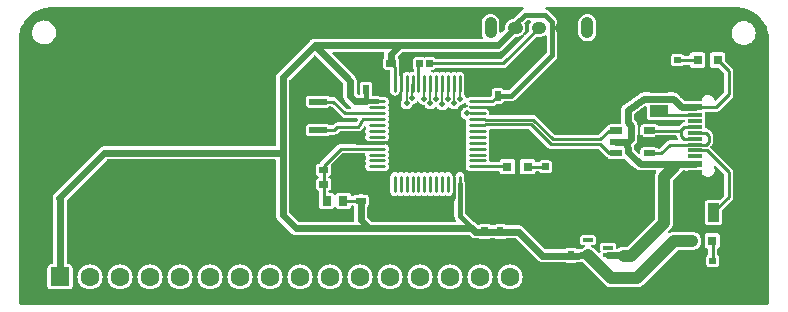
<source format=gtl>
G04 Layer: TopLayer*
G04 EasyEDA v6.5.9, 2022-08-17 00:45:25*
G04 3d046d26f260489bb0fd4f172441b01e,e2b945bbd7ed4cf1bff08b0f7bdd4537,10*
G04 Gerber Generator version 0.2*
G04 Scale: 100 percent, Rotated: No, Reflected: No *
G04 Dimensions in millimeters *
G04 leading zeros omitted , absolute positions ,4 integer and 5 decimal *
%FSLAX45Y45*%
%MOMM*%

%ADD10C,0.2540*%
%ADD11C,0.2400*%
%ADD12C,0.2000*%
%ADD13C,0.6000*%
%ADD14C,1.0000*%
%ADD15C,0.4000*%
%ADD16C,0.2700*%
%ADD17R,0.8000X0.8000*%
%ADD18R,1.5000X0.5000*%
%ADD19R,0.5400X0.7901*%
%ADD20R,0.8000X0.8640*%
%ADD21R,0.8350X0.3150*%
%ADD22R,1.5500X1.0000*%
%ADD23R,1.1500X0.6000*%
%ADD24R,1.1500X0.3000*%
%ADD25C,1.6000*%
%ADD26C,0.6096*%
%ADD27C,0.5000*%
%ADD28C,0.6100*%
%ADD29C,0.0122*%

%LPD*%
G36*
X3597757Y9805263D02*
G01*
X3593896Y9806482D01*
X3590848Y9809073D01*
X3589070Y9812680D01*
X3587597Y9817862D01*
X3583686Y9826091D01*
X3577844Y9834067D01*
X3576421Y9836912D01*
X3575913Y9840061D01*
X3575913Y9845548D01*
X3576370Y9848545D01*
X3578910Y9856978D01*
X3579723Y9865106D01*
X3579723Y9987127D01*
X3578910Y9995306D01*
X3576675Y10002672D01*
X3573018Y10009479D01*
X3568141Y10015474D01*
X3562197Y10020350D01*
X3555390Y10024008D01*
X3547973Y10026243D01*
X3540302Y10027005D01*
X3532632Y10026243D01*
X3525265Y10024008D01*
X3520084Y10021214D01*
X3516934Y10020147D01*
X3513632Y10020147D01*
X3510483Y10021214D01*
X3505352Y10023957D01*
X3497986Y10026192D01*
X3490315Y10026954D01*
X3482644Y10026192D01*
X3475228Y10023957D01*
X3470097Y10021214D01*
X3466998Y10020147D01*
X3463645Y10020147D01*
X3460546Y10021214D01*
X3455365Y10024008D01*
X3447999Y10026243D01*
X3440328Y10027005D01*
X3432657Y10026243D01*
X3425240Y10024008D01*
X3420110Y10021214D01*
X3416960Y10020147D01*
X3413658Y10020147D01*
X3410508Y10021214D01*
X3405378Y10023957D01*
X3397961Y10026192D01*
X3390290Y10026954D01*
X3382619Y10026192D01*
X3375253Y10023957D01*
X3370122Y10021214D01*
X3366973Y10020147D01*
X3363671Y10020147D01*
X3360521Y10021214D01*
X3355390Y10024008D01*
X3347974Y10026243D01*
X3340303Y10027005D01*
X3332632Y10026243D01*
X3325266Y10024008D01*
X3320084Y10021214D01*
X3316935Y10020147D01*
X3313633Y10020147D01*
X3310483Y10021214D01*
X3305352Y10023957D01*
X3301187Y10025227D01*
X3297580Y10027208D01*
X3295040Y10030409D01*
X3294024Y10034371D01*
X3294634Y10038435D01*
X3296767Y10041940D01*
X3300120Y10044277D01*
X3304133Y10045090D01*
X3310890Y10045090D01*
X3317240Y10045852D01*
X3322675Y10047732D01*
X3327603Y10050830D01*
X3333953Y10057333D01*
X3336848Y10058857D01*
X3340100Y10059416D01*
X3907485Y10059416D01*
X3915511Y10060228D01*
X3922776Y10062413D01*
X3929430Y10065969D01*
X3935628Y10071100D01*
X4186174Y10321594D01*
X4189831Y10323931D01*
X4194098Y10324541D01*
X4200347Y10324084D01*
X4219549Y10324084D01*
X4231284Y10324947D01*
X4242308Y10327487D01*
X4252874Y10331602D01*
X4258868Y10335107D01*
X4262882Y10336377D01*
X4267098Y10335971D01*
X4270756Y10333837D01*
X4273245Y10330434D01*
X4274108Y10326268D01*
X4274108Y10193121D01*
X4273346Y10189260D01*
X4271162Y10185958D01*
X3956253Y9871303D01*
X3953001Y9869119D01*
X3949090Y9868357D01*
X3921048Y9868357D01*
X3917696Y9868916D01*
X3914698Y9870541D01*
X3912463Y9873081D01*
X3909415Y9877958D01*
X3905300Y9882022D01*
X3900424Y9885121D01*
X3894937Y9887051D01*
X3888638Y9887762D01*
X3835755Y9887762D01*
X3829456Y9887051D01*
X3823970Y9885121D01*
X3819093Y9882022D01*
X3814978Y9877958D01*
X3811930Y9873030D01*
X3810000Y9867595D01*
X3809288Y9861245D01*
X3809288Y9828326D01*
X3808526Y9824466D01*
X3806342Y9821164D01*
X3802938Y9817760D01*
X3799636Y9815576D01*
X3795776Y9814814D01*
X3759555Y9814763D01*
X3751275Y9815525D01*
X3629304Y9815525D01*
X3621125Y9814712D01*
X3613708Y9812477D01*
X3606901Y9808870D01*
X3605276Y9807498D01*
X3601720Y9805619D01*
G37*

%LPD*%
G36*
X5059426Y9328048D02*
G01*
X5055514Y9328912D01*
X5052212Y9331248D01*
X5019700Y9365640D01*
X5017719Y9368739D01*
X5016957Y9372346D01*
X5016246Y9402724D01*
X5016957Y9406737D01*
X5019192Y9410141D01*
X5029352Y9420301D01*
X5032806Y9424060D01*
X5035804Y9427921D01*
X5038394Y9432036D01*
X5040630Y9436354D01*
X5042509Y9440875D01*
X5043982Y9445498D01*
X5045049Y9450273D01*
X5045659Y9455099D01*
X5045913Y9460179D01*
X5045913Y9569754D01*
X5045659Y9574834D01*
X5045049Y9579711D01*
X5043982Y9584436D01*
X5042509Y9589109D01*
X5040630Y9593580D01*
X5038394Y9597948D01*
X5035804Y9602063D01*
X5032806Y9605924D01*
X5029352Y9609683D01*
X5018887Y9620148D01*
X5016652Y9623450D01*
X5015890Y9627362D01*
X5015890Y9665462D01*
X5016398Y9668662D01*
X5017922Y9671507D01*
X5020259Y9673793D01*
X5108295Y9735007D01*
X5112359Y9736683D01*
X5116779Y9736480D01*
X5120640Y9734448D01*
X5123332Y9730943D01*
X5124246Y9726676D01*
X5124246Y9646310D01*
X5124958Y9639960D01*
X5126888Y9634524D01*
X5129987Y9629597D01*
X5134051Y9625533D01*
X5138978Y9622434D01*
X5144414Y9620554D01*
X5150764Y9619843D01*
X5304586Y9619843D01*
X5310936Y9620554D01*
X5313883Y9621570D01*
X5317236Y9622129D01*
X5437886Y9622129D01*
X5441746Y9621367D01*
X5445048Y9619132D01*
X5447233Y9615881D01*
X5448046Y9611969D01*
X5448046Y9608566D01*
X5447334Y9604908D01*
X5445404Y9601758D01*
X5442407Y9599472D01*
X5438851Y9598456D01*
X5433060Y9597898D01*
X5425948Y9595815D01*
X5419394Y9592310D01*
X5413197Y9587331D01*
X5395315Y9569602D01*
X5392013Y9567418D01*
X5388152Y9566656D01*
X5225084Y9566656D01*
X5221732Y9567214D01*
X5218734Y9568891D01*
X5215890Y9572345D01*
X5211775Y9576409D01*
X5206898Y9579508D01*
X5201412Y9581438D01*
X5195112Y9582150D01*
X5096256Y9582150D01*
X5089956Y9581438D01*
X5084470Y9579508D01*
X5079593Y9576409D01*
X5075478Y9572345D01*
X5072380Y9567418D01*
X5070500Y9561982D01*
X5069789Y9555683D01*
X5069789Y9501784D01*
X5070500Y9495485D01*
X5072380Y9489998D01*
X5075478Y9485122D01*
X5079593Y9481007D01*
X5084470Y9477959D01*
X5089956Y9476028D01*
X5096256Y9475317D01*
X5195112Y9475317D01*
X5201412Y9476028D01*
X5206898Y9477959D01*
X5211775Y9481007D01*
X5215890Y9485122D01*
X5218785Y9488627D01*
X5221732Y9490252D01*
X5225084Y9490811D01*
X5367528Y9490811D01*
X5371185Y9490151D01*
X5374335Y9488220D01*
X5376621Y9485223D01*
X5377637Y9481667D01*
X5377992Y9478416D01*
X5380126Y9471355D01*
X5384292Y9463633D01*
X5385511Y9459671D01*
X5385003Y9455505D01*
X5382869Y9451898D01*
X5379466Y9449511D01*
X5375402Y9448647D01*
X5323179Y9448647D01*
X5315305Y9447834D01*
X5308193Y9445701D01*
X5301640Y9442196D01*
X5295493Y9437166D01*
X5237988Y9379610D01*
X5234686Y9377426D01*
X5230774Y9376664D01*
X5225084Y9376664D01*
X5221732Y9377222D01*
X5218734Y9378899D01*
X5215890Y9382353D01*
X5211775Y9386468D01*
X5206898Y9389516D01*
X5201412Y9391446D01*
X5195112Y9392158D01*
X5096256Y9392158D01*
X5089956Y9391446D01*
X5084470Y9389516D01*
X5079593Y9386468D01*
X5075478Y9382353D01*
X5072380Y9377476D01*
X5070500Y9371990D01*
X5069789Y9365691D01*
X5069789Y9338208D01*
X5068976Y9334296D01*
X5066741Y9330944D01*
X5063388Y9328759D01*
G37*

%LPD*%
G36*
X4719675Y8491626D02*
G01*
X4715814Y8492439D01*
X4712563Y8494623D01*
X4680458Y8526729D01*
X4671568Y8534349D01*
X4661966Y8540394D01*
X4657801Y8542223D01*
X4654550Y8544458D01*
X4652416Y8547760D01*
X4651705Y8551621D01*
X4652518Y8555482D01*
X4654702Y8558733D01*
X4658004Y8560917D01*
X4661865Y8561679D01*
X4667707Y8561679D01*
X4674006Y8562390D01*
X4679492Y8564321D01*
X4684369Y8567369D01*
X4688484Y8571484D01*
X4691583Y8576360D01*
X4693462Y8581847D01*
X4694174Y8588146D01*
X4694174Y8618524D01*
X4693462Y8624874D01*
X4691583Y8630310D01*
X4688484Y8635187D01*
X4684369Y8639302D01*
X4679492Y8642400D01*
X4674006Y8644280D01*
X4667707Y8644991D01*
X4585360Y8644991D01*
X4579010Y8644280D01*
X4573574Y8642400D01*
X4568647Y8639302D01*
X4564583Y8635187D01*
X4561484Y8630310D01*
X4559604Y8624874D01*
X4558893Y8618524D01*
X4558893Y8588146D01*
X4559604Y8581847D01*
X4561484Y8576360D01*
X4564583Y8571484D01*
X4568647Y8567369D01*
X4573574Y8564321D01*
X4579010Y8562390D01*
X4585360Y8561679D01*
X4590796Y8561679D01*
X4595164Y8560714D01*
X4598670Y8557971D01*
X4600702Y8553958D01*
X4600752Y8549538D01*
X4598974Y8545423D01*
X4595571Y8542528D01*
X4586122Y8537549D01*
X4576368Y8530336D01*
X4573574Y8528862D01*
X4570476Y8528354D01*
X4532731Y8527745D01*
X4528769Y8528507D01*
X4520387Y8533942D01*
X4514900Y8535822D01*
X4508601Y8536533D01*
X4455718Y8536533D01*
X4449419Y8535822D01*
X4443933Y8533942D01*
X4439056Y8530844D01*
X4434941Y8527796D01*
X4431030Y8527034D01*
X4266234Y8527034D01*
X4262323Y8527796D01*
X4259021Y8530031D01*
X4077157Y8711895D01*
X4073398Y8715298D01*
X4069537Y8718296D01*
X4065422Y8720886D01*
X4061104Y8723172D01*
X4056583Y8725001D01*
X4051960Y8726474D01*
X4047185Y8727541D01*
X4042359Y8728202D01*
X4037279Y8728405D01*
X3933088Y8728405D01*
X3929227Y8729167D01*
X3925112Y8732215D01*
X3920185Y8735263D01*
X3914749Y8737193D01*
X3908399Y8737904D01*
X3855567Y8737904D01*
X3849217Y8737193D01*
X3843782Y8735263D01*
X3838854Y8732215D01*
X3834790Y8729167D01*
X3830878Y8728405D01*
X3803091Y8728405D01*
X3799230Y8729167D01*
X3795928Y8731402D01*
X3793083Y8734196D01*
X3788206Y8737295D01*
X3782720Y8739174D01*
X3776421Y8739886D01*
X3723538Y8739886D01*
X3717239Y8739174D01*
X3711803Y8737295D01*
X3706876Y8734196D01*
X3705301Y8732621D01*
X3701999Y8730386D01*
X3698087Y8729624D01*
X3694226Y8730386D01*
X3690924Y8732621D01*
X3684168Y8739378D01*
X3680409Y8742781D01*
X3676548Y8745778D01*
X3672433Y8748369D01*
X3668115Y8750655D01*
X3663746Y8752433D01*
X3656888Y8754364D01*
X3654501Y8755380D01*
X3652418Y8756954D01*
X3589172Y8820200D01*
X3586987Y8823502D01*
X3586226Y8827414D01*
X3586226Y9075674D01*
X3585413Y9084564D01*
X3583076Y9092692D01*
X3580790Y9097314D01*
X3579723Y9101836D01*
X3579723Y9137142D01*
X3578910Y9145320D01*
X3576675Y9152686D01*
X3573018Y9159494D01*
X3568141Y9165488D01*
X3562146Y9170365D01*
X3555339Y9174022D01*
X3547973Y9176258D01*
X3540302Y9177020D01*
X3532632Y9176258D01*
X3525215Y9174022D01*
X3518458Y9170365D01*
X3512464Y9165488D01*
X3507587Y9159494D01*
X3503929Y9152686D01*
X3501694Y9145320D01*
X3500882Y9137142D01*
X3500882Y9101836D01*
X3499815Y9097264D01*
X3498951Y9095536D01*
X3496106Y9092082D01*
X3492042Y9090152D01*
X3487521Y9090202D01*
X3483508Y9092184D01*
X3480714Y9095689D01*
X3479698Y9100058D01*
X3479698Y9137142D01*
X3478885Y9145320D01*
X3476650Y9152686D01*
X3473043Y9159494D01*
X3468115Y9165488D01*
X3462172Y9170365D01*
X3455365Y9174022D01*
X3447999Y9176258D01*
X3440277Y9177020D01*
X3432606Y9176258D01*
X3425240Y9174022D01*
X3420059Y9171228D01*
X3416960Y9170162D01*
X3413607Y9170162D01*
X3410508Y9171228D01*
X3405327Y9173972D01*
X3397961Y9176207D01*
X3390290Y9176969D01*
X3382619Y9176207D01*
X3375202Y9173972D01*
X3370072Y9171228D01*
X3366973Y9170162D01*
X3363671Y9170162D01*
X3360521Y9171228D01*
X3355340Y9174022D01*
X3347974Y9176258D01*
X3340303Y9177020D01*
X3332632Y9176258D01*
X3325215Y9174022D01*
X3320084Y9171228D01*
X3316935Y9170162D01*
X3313633Y9170162D01*
X3310483Y9171228D01*
X3305352Y9173972D01*
X3297986Y9176207D01*
X3290265Y9176969D01*
X3282594Y9176207D01*
X3275228Y9173972D01*
X3270097Y9171228D01*
X3266948Y9170162D01*
X3263646Y9170162D01*
X3260496Y9171228D01*
X3255365Y9174022D01*
X3247999Y9176258D01*
X3240278Y9177020D01*
X3232607Y9176258D01*
X3225241Y9174022D01*
X3220059Y9171228D01*
X3216960Y9170162D01*
X3213608Y9170162D01*
X3210509Y9171228D01*
X3205327Y9173972D01*
X3197961Y9176207D01*
X3190290Y9176969D01*
X3182620Y9176207D01*
X3175203Y9173972D01*
X3170072Y9171228D01*
X3166973Y9170162D01*
X3163671Y9170162D01*
X3160522Y9171228D01*
X3155340Y9174022D01*
X3147974Y9176258D01*
X3140303Y9177020D01*
X3132632Y9176258D01*
X3125216Y9174022D01*
X3120085Y9171228D01*
X3116935Y9170162D01*
X3113633Y9170162D01*
X3110484Y9171228D01*
X3105353Y9173972D01*
X3097987Y9176207D01*
X3090265Y9176969D01*
X3082594Y9176207D01*
X3075228Y9173972D01*
X3070098Y9171228D01*
X3066948Y9170162D01*
X3063646Y9170162D01*
X3060496Y9171228D01*
X3055366Y9174022D01*
X3048000Y9176258D01*
X3040278Y9177020D01*
X3032607Y9176258D01*
X3025241Y9174022D01*
X3020060Y9171228D01*
X3016961Y9170162D01*
X3013608Y9170162D01*
X3010509Y9171228D01*
X3005328Y9173972D01*
X2997962Y9176207D01*
X2990291Y9176969D01*
X2982620Y9176207D01*
X2975203Y9173972D01*
X2968447Y9170365D01*
X2962452Y9165437D01*
X2957576Y9159494D01*
X2953918Y9152686D01*
X2951683Y9145320D01*
X2950870Y9137142D01*
X2950870Y9015120D01*
X2951683Y9006941D01*
X2953918Y8999575D01*
X2957576Y8992768D01*
X2962452Y8986774D01*
X2968447Y8981897D01*
X2975203Y8978239D01*
X2982620Y8976004D01*
X2990291Y8975242D01*
X2997962Y8976004D01*
X3005328Y8978239D01*
X3010509Y8981033D01*
X3013659Y8982100D01*
X3016961Y8982100D01*
X3020110Y8981033D01*
X3025241Y8978290D01*
X3032607Y8976055D01*
X3040278Y8975293D01*
X3048000Y8976055D01*
X3055366Y8978290D01*
X3060496Y8981033D01*
X3063646Y8982100D01*
X3066948Y8982100D01*
X3070047Y8981033D01*
X3075228Y8978239D01*
X3082594Y8976004D01*
X3090265Y8975242D01*
X3097987Y8976004D01*
X3105353Y8978239D01*
X3110534Y8981033D01*
X3113633Y8982100D01*
X3116986Y8982100D01*
X3120085Y8981033D01*
X3125216Y8978290D01*
X3132632Y8976055D01*
X3140303Y8975293D01*
X3147974Y8976055D01*
X3155340Y8978290D01*
X3160471Y8981033D01*
X3163620Y8982100D01*
X3166922Y8982100D01*
X3170072Y8981033D01*
X3175203Y8978239D01*
X3182620Y8976004D01*
X3190290Y8975242D01*
X3197961Y8976004D01*
X3205327Y8978239D01*
X3210509Y8981033D01*
X3213658Y8982100D01*
X3216960Y8982100D01*
X3220110Y8981033D01*
X3225241Y8978290D01*
X3232607Y8976055D01*
X3240278Y8975293D01*
X3247999Y8976055D01*
X3255365Y8978290D01*
X3260496Y8981033D01*
X3263646Y8982100D01*
X3266948Y8982100D01*
X3270046Y8981033D01*
X3275228Y8978239D01*
X3282594Y8976004D01*
X3290265Y8975242D01*
X3297986Y8976004D01*
X3305352Y8978239D01*
X3310534Y8981033D01*
X3313633Y8982100D01*
X3316986Y8982100D01*
X3320084Y8981033D01*
X3325215Y8978290D01*
X3332632Y8976055D01*
X3340303Y8975293D01*
X3347974Y8976055D01*
X3355340Y8978290D01*
X3360470Y8981033D01*
X3363620Y8982100D01*
X3366922Y8982100D01*
X3370072Y8981033D01*
X3375202Y8978239D01*
X3382619Y8976004D01*
X3390290Y8975242D01*
X3397961Y8976004D01*
X3405327Y8978239D01*
X3410508Y8981033D01*
X3413658Y8982100D01*
X3416960Y8982100D01*
X3420110Y8981033D01*
X3425240Y8978290D01*
X3432606Y8976055D01*
X3440277Y8975293D01*
X3447999Y8976055D01*
X3455365Y8978290D01*
X3462172Y8981897D01*
X3468115Y8986824D01*
X3473043Y8992768D01*
X3475278Y8996984D01*
X3478174Y9000337D01*
X3482238Y9002166D01*
X3486708Y9002064D01*
X3490671Y9000032D01*
X3493414Y8996527D01*
X3494379Y8992209D01*
X3494430Y8802420D01*
X3495649Y8793683D01*
X3498342Y8785656D01*
X3502507Y8778189D01*
X3507130Y8772448D01*
X3508959Y8769096D01*
X3509365Y8765336D01*
X3508400Y8761679D01*
X3506165Y8758631D01*
X3502964Y8756599D01*
X3499256Y8755888D01*
X2797352Y8755888D01*
X2793492Y8756650D01*
X2790190Y8758885D01*
X2758897Y8790178D01*
X2756662Y8793480D01*
X2755900Y8797340D01*
X2755900Y8879382D01*
X2756662Y8883294D01*
X2758897Y8886545D01*
X2763418Y8891117D01*
X2766466Y8895994D01*
X2768396Y8901430D01*
X2769108Y8907780D01*
X2769108Y8960612D01*
X2768396Y8966962D01*
X2766466Y8972397D01*
X2763418Y8977325D01*
X2759303Y8981389D01*
X2754426Y8984488D01*
X2748940Y8986418D01*
X2742641Y8987129D01*
X2722829Y8987129D01*
X2718155Y8988196D01*
X2708554Y8989872D01*
X2698800Y8989872D01*
X2689250Y8988196D01*
X2684526Y8987129D01*
X2664764Y8987129D01*
X2658414Y8986418D01*
X2652979Y8984488D01*
X2648051Y8981389D01*
X2641701Y8974734D01*
X2638755Y8973108D01*
X2635402Y8972499D01*
X2627680Y8972499D01*
X2624074Y8973159D01*
X2620924Y8975039D01*
X2618638Y8977985D01*
X2617470Y8982506D01*
X2615539Y8987993D01*
X2612440Y8992870D01*
X2608376Y8996984D01*
X2603449Y9000032D01*
X2598013Y9001963D01*
X2591663Y9002674D01*
X2512822Y9002674D01*
X2506522Y9001963D01*
X2501036Y9000032D01*
X2496159Y8996984D01*
X2492044Y8992870D01*
X2490876Y8990990D01*
X2488031Y8988044D01*
X2484323Y8986469D01*
X2480208Y8986469D01*
X2476500Y8988044D01*
X2473655Y8990990D01*
X2472486Y8992870D01*
X2468372Y8996984D01*
X2463495Y9000032D01*
X2458008Y9001963D01*
X2451709Y9002674D01*
X2438450Y9002674D01*
X2434488Y9003487D01*
X2431135Y9005773D01*
X2428951Y9009176D01*
X2428290Y9013139D01*
X2429205Y9017101D01*
X2431592Y9020352D01*
X2435098Y9022435D01*
X2437485Y9023248D01*
X2442413Y9026347D01*
X2446477Y9030462D01*
X2449576Y9035338D01*
X2451455Y9040774D01*
X2452166Y9047124D01*
X2452166Y9099956D01*
X2451455Y9106306D01*
X2449576Y9111742D01*
X2446477Y9116669D01*
X2442413Y9120733D01*
X2437485Y9123832D01*
X2433726Y9125153D01*
X2430170Y9127286D01*
X2427732Y9130690D01*
X2426919Y9134754D01*
X2427732Y9138818D01*
X2430170Y9142222D01*
X2433726Y9144355D01*
X2437485Y9145676D01*
X2442413Y9148724D01*
X2446477Y9152839D01*
X2449576Y9157716D01*
X2451455Y9163202D01*
X2452166Y9169501D01*
X2452166Y9222384D01*
X2451455Y9228683D01*
X2449931Y9233154D01*
X2449322Y9236913D01*
X2450185Y9240570D01*
X2452319Y9243720D01*
X2543149Y9334550D01*
X2546451Y9336735D01*
X2550312Y9337548D01*
X2729382Y9337548D01*
X2733497Y9336633D01*
X2736900Y9334195D01*
X2739034Y9330537D01*
X2740202Y9318447D01*
X2742438Y9311030D01*
X2745181Y9305899D01*
X2746248Y9302800D01*
X2746248Y9299448D01*
X2745181Y9296349D01*
X2742438Y9291218D01*
X2740202Y9283801D01*
X2739440Y9276130D01*
X2740202Y9268460D01*
X2742438Y9261094D01*
X2745232Y9255912D01*
X2746298Y9252762D01*
X2746298Y9249460D01*
X2745232Y9246311D01*
X2742438Y9241180D01*
X2740202Y9233814D01*
X2739440Y9226092D01*
X2740202Y9218422D01*
X2742438Y9211056D01*
X2746095Y9204248D01*
X2750972Y9198305D01*
X2756966Y9193377D01*
X2763774Y9189770D01*
X2771140Y9187535D01*
X2779318Y9186722D01*
X2901340Y9186722D01*
X2909519Y9187535D01*
X2916885Y9189770D01*
X2923692Y9193377D01*
X2929636Y9198305D01*
X2934563Y9204248D01*
X2938170Y9211056D01*
X2940405Y9218422D01*
X2941167Y9226092D01*
X2940405Y9233814D01*
X2938170Y9241180D01*
X2935427Y9246311D01*
X2934360Y9249460D01*
X2934360Y9252762D01*
X2935427Y9255912D01*
X2938170Y9261094D01*
X2940405Y9268460D01*
X2941167Y9276130D01*
X2940405Y9283801D01*
X2938170Y9291218D01*
X2935427Y9296349D01*
X2934360Y9299448D01*
X2934360Y9302800D01*
X2935427Y9305899D01*
X2938170Y9311030D01*
X2940405Y9318447D01*
X2941167Y9326118D01*
X2940405Y9333788D01*
X2938170Y9341154D01*
X2935427Y9346336D01*
X2934360Y9349486D01*
X2934360Y9352788D01*
X2935427Y9355937D01*
X2938170Y9361068D01*
X2940405Y9368434D01*
X2941167Y9376156D01*
X2940405Y9383826D01*
X2938170Y9391192D01*
X2934563Y9398000D01*
X2929636Y9403994D01*
X2923692Y9408871D01*
X2916885Y9412478D01*
X2909519Y9414764D01*
X2901340Y9415526D01*
X2779318Y9415526D01*
X2770632Y9414764D01*
X2530602Y9414764D01*
X2522575Y9413951D01*
X2515362Y9411766D01*
X2508707Y9408210D01*
X2502458Y9403080D01*
X2359914Y9260484D01*
X2353665Y9252559D01*
X2350617Y9249968D01*
X2346807Y9248749D01*
X2341524Y9248140D01*
X2336038Y9246260D01*
X2331161Y9243161D01*
X2327046Y9239046D01*
X2323998Y9234170D01*
X2322068Y9228683D01*
X2321356Y9222384D01*
X2321356Y9169501D01*
X2322068Y9163202D01*
X2323998Y9157716D01*
X2327046Y9152839D01*
X2331161Y9148724D01*
X2336038Y9145676D01*
X2339848Y9144355D01*
X2343404Y9142222D01*
X2345791Y9138818D01*
X2346655Y9134754D01*
X2345791Y9130690D01*
X2343404Y9127286D01*
X2339848Y9125153D01*
X2336038Y9123832D01*
X2331161Y9120733D01*
X2327046Y9116669D01*
X2323998Y9111742D01*
X2322068Y9106306D01*
X2321356Y9099956D01*
X2321356Y9047124D01*
X2322068Y9040774D01*
X2323998Y9035338D01*
X2327046Y9030462D01*
X2331161Y9026347D01*
X2336038Y9023248D01*
X2341372Y9021419D01*
X2344928Y9019286D01*
X2347315Y9015882D01*
X2348179Y9011818D01*
X2348179Y8987332D01*
X2347061Y8982506D01*
X2346350Y8976207D01*
X2346350Y8890914D01*
X2347061Y8884615D01*
X2348992Y8879128D01*
X2352090Y8874252D01*
X2356154Y8870137D01*
X2361082Y8867089D01*
X2366518Y8865158D01*
X2372868Y8864447D01*
X2451709Y8864447D01*
X2458008Y8865158D01*
X2463495Y8867089D01*
X2468372Y8870137D01*
X2472486Y8874252D01*
X2473655Y8876131D01*
X2476500Y8879078D01*
X2480208Y8880703D01*
X2484323Y8880703D01*
X2488031Y8879078D01*
X2490876Y8876131D01*
X2492044Y8874252D01*
X2496159Y8870137D01*
X2501036Y8867089D01*
X2506522Y8865158D01*
X2512822Y8864447D01*
X2591663Y8864447D01*
X2598013Y8865158D01*
X2603449Y8867089D01*
X2608376Y8870137D01*
X2612440Y8874252D01*
X2615539Y8879128D01*
X2617470Y8884615D01*
X2618689Y8889746D01*
X2620924Y8892692D01*
X2624074Y8894572D01*
X2627680Y8895283D01*
X2633878Y8895283D01*
X2637790Y8894521D01*
X2641092Y8892336D01*
X2643327Y8889034D01*
X2644089Y8885123D01*
X2644089Y8770315D01*
X2644292Y8766708D01*
X2643733Y8762644D01*
X2641600Y8759139D01*
X2638196Y8756751D01*
X2634183Y8755938D01*
X2177440Y8755938D01*
X2173528Y8756700D01*
X2170277Y8758885D01*
X2098751Y8830208D01*
X2096566Y8833510D01*
X2095804Y8837422D01*
X2095804Y9952532D01*
X2096566Y9956444D01*
X2098751Y9959746D01*
X2302713Y10163657D01*
X2305964Y10165892D01*
X2309876Y10166654D01*
X2313787Y10165892D01*
X2317038Y10163657D01*
X2551125Y9929622D01*
X2553309Y9926320D01*
X2554071Y9922408D01*
X2554071Y9820198D01*
X2554325Y9815118D01*
X2554935Y9810292D01*
X2556002Y9805517D01*
X2557475Y9800844D01*
X2559354Y9796373D01*
X2561590Y9792055D01*
X2564180Y9787940D01*
X2567178Y9784029D01*
X2570632Y9780270D01*
X2614117Y9736785D01*
X2618943Y9732467D01*
X2621381Y9729216D01*
X2622346Y9725304D01*
X2621686Y9721291D01*
X2619502Y9717836D01*
X2616149Y9715550D01*
X2612186Y9714738D01*
X2586482Y9714738D01*
X2582570Y9715500D01*
X2579268Y9717735D01*
X2495854Y9801148D01*
X2489606Y9806228D01*
X2482951Y9809835D01*
X2475738Y9812020D01*
X2467711Y9812782D01*
X2440127Y9812782D01*
X2436266Y9813594D01*
X2432964Y9815779D01*
X2429306Y9819386D01*
X2424430Y9822484D01*
X2418943Y9824415D01*
X2412644Y9825126D01*
X2263749Y9825126D01*
X2257450Y9824415D01*
X2251964Y9822484D01*
X2247087Y9819386D01*
X2242972Y9815322D01*
X2239924Y9810394D01*
X2237994Y9804958D01*
X2237282Y9798608D01*
X2237282Y9749790D01*
X2237994Y9743440D01*
X2239924Y9738004D01*
X2242972Y9733076D01*
X2247087Y9729012D01*
X2251964Y9725914D01*
X2257450Y9723983D01*
X2263749Y9723272D01*
X2412644Y9723272D01*
X2418943Y9723983D01*
X2424430Y9725914D01*
X2429306Y9729012D01*
X2432913Y9732619D01*
X2436215Y9734804D01*
X2440127Y9735566D01*
X2448001Y9735566D01*
X2451912Y9734804D01*
X2455214Y9732619D01*
X2538628Y9649155D01*
X2544876Y9644075D01*
X2551531Y9640519D01*
X2558745Y9638284D01*
X2566771Y9637522D01*
X2665831Y9637522D01*
X2670098Y9636607D01*
X2673553Y9633966D01*
X2675636Y9630156D01*
X2675890Y9625838D01*
X2674315Y9621774D01*
X2662123Y9603232D01*
X2659888Y9600793D01*
X2656941Y9599218D01*
X2653639Y9598660D01*
X2504440Y9598660D01*
X2496413Y9597847D01*
X2489200Y9595662D01*
X2482494Y9592106D01*
X2476296Y9587026D01*
X2465171Y9575749D01*
X2461869Y9573514D01*
X2457958Y9572752D01*
X2440178Y9572752D01*
X2436266Y9573514D01*
X2433015Y9575749D01*
X2429306Y9579406D01*
X2424430Y9582505D01*
X2418943Y9584385D01*
X2412644Y9585096D01*
X2263749Y9585096D01*
X2257450Y9584385D01*
X2251964Y9582505D01*
X2247087Y9579406D01*
X2242972Y9575342D01*
X2239924Y9570415D01*
X2237994Y9564979D01*
X2237282Y9558629D01*
X2237282Y9509760D01*
X2237994Y9503460D01*
X2239924Y9497974D01*
X2242972Y9493097D01*
X2247087Y9488982D01*
X2251964Y9485934D01*
X2257450Y9484004D01*
X2263749Y9483293D01*
X2412644Y9483293D01*
X2418943Y9484004D01*
X2424430Y9485934D01*
X2429306Y9488982D01*
X2432862Y9492538D01*
X2436164Y9494774D01*
X2440076Y9495536D01*
X2477770Y9495536D01*
X2485796Y9496348D01*
X2493010Y9498533D01*
X2499715Y9502089D01*
X2505913Y9507169D01*
X2517038Y9518446D01*
X2520340Y9520682D01*
X2524252Y9521444D01*
X2679446Y9521444D01*
X2687472Y9522256D01*
X2694686Y9524441D01*
X2701391Y9527997D01*
X2707233Y9532772D01*
X2712313Y9538970D01*
X2726080Y9559899D01*
X2729026Y9562846D01*
X2732938Y9564319D01*
X2737104Y9564166D01*
X2740812Y9562287D01*
X2743504Y9559086D01*
X2745232Y9555937D01*
X2746298Y9552787D01*
X2746298Y9549485D01*
X2745232Y9546336D01*
X2742438Y9541154D01*
X2740202Y9533788D01*
X2739440Y9526117D01*
X2740202Y9518446D01*
X2742438Y9511030D01*
X2745181Y9505899D01*
X2746248Y9502800D01*
X2746248Y9499447D01*
X2745181Y9496348D01*
X2742438Y9491218D01*
X2740202Y9483801D01*
X2739440Y9476130D01*
X2740202Y9468459D01*
X2742438Y9461093D01*
X2746095Y9454286D01*
X2750972Y9448292D01*
X2756966Y9443415D01*
X2763774Y9439757D01*
X2771140Y9437522D01*
X2779318Y9436709D01*
X2901340Y9436709D01*
X2909519Y9437522D01*
X2916885Y9439757D01*
X2923692Y9443415D01*
X2929636Y9448292D01*
X2934563Y9454286D01*
X2938170Y9461093D01*
X2940405Y9468459D01*
X2941167Y9476130D01*
X2940405Y9483801D01*
X2938170Y9491218D01*
X2935427Y9496348D01*
X2934360Y9499447D01*
X2934360Y9502800D01*
X2935427Y9505899D01*
X2938170Y9511030D01*
X2940405Y9518446D01*
X2941167Y9526117D01*
X2940405Y9533788D01*
X2938170Y9541154D01*
X2935427Y9546336D01*
X2934360Y9549485D01*
X2934360Y9552787D01*
X2935427Y9555937D01*
X2938170Y9561068D01*
X2940405Y9568434D01*
X2941167Y9576155D01*
X2940405Y9583826D01*
X2938170Y9591192D01*
X2935427Y9596323D01*
X2934360Y9599472D01*
X2934360Y9602774D01*
X2935427Y9605924D01*
X2938170Y9611055D01*
X2940405Y9618421D01*
X2941167Y9626092D01*
X2940405Y9633813D01*
X2938170Y9641179D01*
X2935427Y9646310D01*
X2934360Y9649460D01*
X2934360Y9652762D01*
X2935427Y9655911D01*
X2938170Y9661093D01*
X2940405Y9668459D01*
X2941167Y9676130D01*
X2940405Y9683800D01*
X2938170Y9691217D01*
X2935427Y9696348D01*
X2934360Y9699447D01*
X2934360Y9702800D01*
X2935427Y9705898D01*
X2938170Y9711029D01*
X2940405Y9718446D01*
X2941167Y9726117D01*
X2940405Y9733788D01*
X2938170Y9741154D01*
X2935427Y9746335D01*
X2934360Y9749485D01*
X2934360Y9752787D01*
X2935427Y9755936D01*
X2938170Y9761067D01*
X2940405Y9768433D01*
X2941167Y9776155D01*
X2940405Y9783826D01*
X2938170Y9791192D01*
X2934563Y9797999D01*
X2929636Y9803942D01*
X2923692Y9808870D01*
X2916885Y9812477D01*
X2909519Y9814712D01*
X2901340Y9815525D01*
X2865983Y9815525D01*
X2861462Y9816592D01*
X2856890Y9818878D01*
X2848711Y9821214D01*
X2839872Y9822027D01*
X2809544Y9821976D01*
X2805379Y9822840D01*
X2801924Y9825380D01*
X2799842Y9829038D01*
X2799435Y9833254D01*
X2799994Y9838588D01*
X2799994Y9916464D01*
X2799283Y9922764D01*
X2797403Y9928250D01*
X2794304Y9933127D01*
X2790240Y9937242D01*
X2785313Y9940340D01*
X2779877Y9942220D01*
X2773527Y9942931D01*
X2720695Y9942931D01*
X2714345Y9942220D01*
X2708910Y9940340D01*
X2703982Y9937242D01*
X2699918Y9933127D01*
X2696819Y9928250D01*
X2694889Y9922764D01*
X2694178Y9916464D01*
X2694178Y9842195D01*
X2693416Y9838334D01*
X2691231Y9835032D01*
X2687929Y9832797D01*
X2684018Y9832035D01*
X2681224Y9832035D01*
X2677312Y9832797D01*
X2674010Y9835032D01*
X2668879Y9840163D01*
X2666695Y9843465D01*
X2665882Y9847326D01*
X2665882Y9949586D01*
X2665679Y9954666D01*
X2665018Y9959492D01*
X2664002Y9964267D01*
X2662529Y9968890D01*
X2660650Y9973411D01*
X2658414Y9977729D01*
X2655773Y9981844D01*
X2652826Y9985705D01*
X2649372Y9989464D01*
X2462174Y10176662D01*
X2459990Y10179964D01*
X2459228Y10183825D01*
X2459990Y10187736D01*
X2462174Y10191038D01*
X2465476Y10193223D01*
X2469388Y10193985D01*
X2891231Y10193985D01*
X2895295Y10193172D01*
X2898648Y10190784D01*
X2900781Y10187228D01*
X2901391Y10183164D01*
X2900883Y10176408D01*
X2900883Y10149179D01*
X2900121Y10145268D01*
X2897073Y10141153D01*
X2894025Y10136225D01*
X2892094Y10130790D01*
X2891383Y10124440D01*
X2891383Y10071608D01*
X2892094Y10065258D01*
X2894025Y10059822D01*
X2897073Y10054894D01*
X2901188Y10050830D01*
X2906064Y10047732D01*
X2911551Y10045852D01*
X2917850Y10045090D01*
X2937916Y10045090D01*
X2940507Y10044785D01*
X2944164Y10043769D01*
X2948076Y10041788D01*
X2950718Y10038283D01*
X2951683Y10033965D01*
X2951683Y9995662D01*
X2950870Y9987127D01*
X2950870Y9865106D01*
X2951683Y9856927D01*
X2953918Y9849561D01*
X2957576Y9842754D01*
X2962452Y9836759D01*
X2968447Y9831882D01*
X2975254Y9828225D01*
X2982620Y9825990D01*
X2990291Y9825228D01*
X2997962Y9825990D01*
X3005378Y9828225D01*
X3012186Y9831882D01*
X3018129Y9836759D01*
X3023006Y9842754D01*
X3026664Y9849561D01*
X3028899Y9856927D01*
X3029712Y9865106D01*
X3029712Y9987127D01*
X3028899Y9995763D01*
X3028899Y10064038D01*
X3028137Y10072065D01*
X3025902Y10079278D01*
X3023412Y10084003D01*
X3022498Y10086289D01*
X3022193Y10088778D01*
X3022193Y10124440D01*
X3021482Y10130790D01*
X3019602Y10136225D01*
X3013303Y10146030D01*
X3012744Y10149789D01*
X3013557Y10153446D01*
X3015691Y10156596D01*
X3050133Y10191038D01*
X3053435Y10193223D01*
X3057347Y10193985D01*
X3859834Y10193985D01*
X3864914Y10194239D01*
X3869740Y10194848D01*
X3874515Y10195915D01*
X3879138Y10197388D01*
X3883660Y10199268D01*
X3887978Y10201503D01*
X3892092Y10204145D01*
X3895953Y10207091D01*
X3899712Y10210546D01*
X4010304Y10321086D01*
X4013555Y10323322D01*
X4017467Y10324084D01*
X4019651Y10324084D01*
X4031335Y10324947D01*
X4042359Y10327487D01*
X4052925Y10331602D01*
X4062729Y10337292D01*
X4068978Y10342219D01*
X4072890Y10344150D01*
X4077106Y10344251D01*
X4077004Y10347807D01*
X4078630Y10351770D01*
X4085742Y10362082D01*
X4090619Y10372242D01*
X4093972Y10383113D01*
X4095699Y10394289D01*
X4095699Y10405668D01*
X4093972Y10416844D01*
X4090619Y10427716D01*
X4087926Y10433354D01*
X4086910Y10437368D01*
X4087622Y10441482D01*
X4089857Y10444937D01*
X4106011Y10461091D01*
X4109313Y10463326D01*
X4113174Y10464088D01*
X4132935Y10464088D01*
X4137253Y10463174D01*
X4140708Y10460482D01*
X4142740Y10456621D01*
X4142943Y10452252D01*
X4141317Y10448188D01*
X4134256Y10437876D01*
X4129328Y10427716D01*
X4125976Y10416844D01*
X4124299Y10405668D01*
X4124299Y10394289D01*
X4125976Y10383113D01*
X4127144Y10379405D01*
X4127550Y10375798D01*
X4126687Y10372242D01*
X4124604Y10369245D01*
X4094175Y10338816D01*
X4090619Y10336530D01*
X4086402Y10335869D01*
X4085082Y10336225D01*
X4085437Y10335107D01*
X4084828Y10330789D01*
X4082491Y10327132D01*
X3894988Y10139629D01*
X3891686Y10137394D01*
X3887774Y10136632D01*
X3340100Y10136632D01*
X3336848Y10137190D01*
X3333953Y10138714D01*
X3327603Y10145217D01*
X3322675Y10148316D01*
X3317240Y10150195D01*
X3310890Y10150906D01*
X3255467Y10150906D01*
X3249168Y10150195D01*
X3243275Y10148163D01*
X3239922Y10147604D01*
X3236569Y10148163D01*
X3230676Y10150195D01*
X3224326Y10150906D01*
X3168904Y10150906D01*
X3162604Y10150195D01*
X3157118Y10148316D01*
X3152241Y10145217D01*
X3148126Y10141153D01*
X3145028Y10136225D01*
X3143148Y10130790D01*
X3142437Y10124440D01*
X3142437Y10071608D01*
X3143148Y10065258D01*
X3145028Y10059822D01*
X3150920Y10051034D01*
X3151682Y10047173D01*
X3151682Y10037064D01*
X3150819Y10032949D01*
X3148330Y10029545D01*
X3144723Y10027412D01*
X3132632Y10026243D01*
X3125266Y10024008D01*
X3120085Y10021214D01*
X3116935Y10020147D01*
X3113633Y10020147D01*
X3110484Y10021214D01*
X3105353Y10023957D01*
X3097987Y10026192D01*
X3090316Y10026954D01*
X3082645Y10026192D01*
X3075228Y10023957D01*
X3068421Y10020350D01*
X3062478Y10015423D01*
X3057601Y10009479D01*
X3053943Y10002672D01*
X3051708Y9995306D01*
X3050895Y9987127D01*
X3050895Y9865106D01*
X3051708Y9856927D01*
X3053842Y9849866D01*
X3054299Y9846919D01*
X3054299Y9799929D01*
X3053638Y9796373D01*
X3051759Y9793224D01*
X3049016Y9790125D01*
X3044342Y9782251D01*
X3041142Y9773716D01*
X3039516Y9764776D01*
X3039516Y9755632D01*
X3041142Y9746691D01*
X3044342Y9738156D01*
X3049016Y9730282D01*
X3055061Y9723424D01*
X3062173Y9717735D01*
X3070199Y9713417D01*
X3078886Y9710623D01*
X3087928Y9709404D01*
X3097022Y9709810D01*
X3105912Y9711842D01*
X3114294Y9715398D01*
X3121914Y9720427D01*
X3128518Y9726726D01*
X3133852Y9734092D01*
X3137814Y9742322D01*
X3139084Y9746945D01*
X3140659Y9750196D01*
X3143300Y9752736D01*
X3146602Y9754158D01*
X3153918Y9755835D01*
X3162300Y9759391D01*
X3169920Y9764420D01*
X3176524Y9770719D01*
X3177946Y9772700D01*
X3180842Y9775393D01*
X3184601Y9776764D01*
X3188614Y9776561D01*
X3192221Y9774885D01*
X3194862Y9771938D01*
X3197047Y9768281D01*
X3203041Y9761423D01*
X3210153Y9755733D01*
X3218180Y9751415D01*
X3226866Y9748621D01*
X3234842Y9747554D01*
X3238296Y9746386D01*
X3241141Y9744151D01*
X3242970Y9741052D01*
X3244138Y9737902D01*
X3248863Y9730079D01*
X3254857Y9723221D01*
X3261969Y9717532D01*
X3269996Y9713214D01*
X3278682Y9710369D01*
X3287725Y9709150D01*
X3296818Y9709556D01*
X3305708Y9711588D01*
X3314090Y9715195D01*
X3321710Y9720224D01*
X3331362Y9729368D01*
X3335070Y9730740D01*
X3339084Y9730536D01*
X3342690Y9728860D01*
X3345332Y9725914D01*
X3348837Y9720072D01*
X3354832Y9713214D01*
X3361994Y9707524D01*
X3370021Y9703206D01*
X3378657Y9700412D01*
X3387699Y9699142D01*
X3396843Y9699548D01*
X3405733Y9701580D01*
X3414115Y9705187D01*
X3421684Y9710216D01*
X3428288Y9716516D01*
X3433673Y9723882D01*
X3436721Y9728403D01*
X3440125Y9730435D01*
X3444087Y9730943D01*
X3447948Y9729927D01*
X3451098Y9727488D01*
X3454857Y9723221D01*
X3461969Y9717532D01*
X3469995Y9713214D01*
X3478682Y9710369D01*
X3487724Y9709150D01*
X3496818Y9709556D01*
X3505708Y9711588D01*
X3514090Y9715195D01*
X3521710Y9720224D01*
X3528314Y9726523D01*
X3533648Y9733889D01*
X3538016Y9742932D01*
X3541318Y9746945D01*
X3543452Y9748469D01*
X3545941Y9749383D01*
X3555695Y9751618D01*
X3564077Y9755174D01*
X3571697Y9760204D01*
X3576065Y9764369D01*
X3579164Y9766401D01*
X3582822Y9767163D01*
X3586479Y9766604D01*
X3589680Y9764725D01*
X3592017Y9761829D01*
X3596081Y9754260D01*
X3600907Y9748316D01*
X3608019Y9742627D01*
X3610711Y9739325D01*
X3611778Y9735261D01*
X3611168Y9731095D01*
X3608882Y9727539D01*
X3605377Y9725253D01*
X3601212Y9724542D01*
X3595725Y9724796D01*
X3586683Y9723577D01*
X3577996Y9720732D01*
X3569970Y9716414D01*
X3562858Y9710724D01*
X3556863Y9703866D01*
X3552139Y9696043D01*
X3548938Y9687509D01*
X3547313Y9678517D01*
X3547313Y9669424D01*
X3548938Y9660432D01*
X3552139Y9651898D01*
X3556863Y9644075D01*
X3562858Y9637217D01*
X3569970Y9631527D01*
X3577996Y9627209D01*
X3583533Y9625431D01*
X3586429Y9623907D01*
X3588664Y9621621D01*
X3590086Y9618675D01*
X3592423Y9611055D01*
X3595166Y9605924D01*
X3596233Y9602774D01*
X3596233Y9599472D01*
X3595166Y9596323D01*
X3592423Y9591192D01*
X3590188Y9583826D01*
X3589426Y9576155D01*
X3590188Y9568434D01*
X3592423Y9561068D01*
X3595166Y9555937D01*
X3596233Y9552787D01*
X3596233Y9549485D01*
X3595166Y9546336D01*
X3592423Y9541154D01*
X3590188Y9533788D01*
X3589426Y9526117D01*
X3590188Y9518446D01*
X3592423Y9511030D01*
X3595166Y9505899D01*
X3596233Y9502800D01*
X3596233Y9499447D01*
X3595166Y9496348D01*
X3592423Y9491218D01*
X3590188Y9483801D01*
X3589426Y9476130D01*
X3590188Y9468459D01*
X3592423Y9461093D01*
X3595166Y9455912D01*
X3596233Y9452762D01*
X3596233Y9449460D01*
X3595166Y9446310D01*
X3592423Y9441180D01*
X3590188Y9433814D01*
X3589426Y9426092D01*
X3590188Y9418421D01*
X3592423Y9411055D01*
X3595166Y9405924D01*
X3596233Y9402775D01*
X3596233Y9399473D01*
X3595166Y9396323D01*
X3592423Y9391192D01*
X3590188Y9383826D01*
X3589426Y9376156D01*
X3590188Y9368434D01*
X3592423Y9361068D01*
X3595166Y9355937D01*
X3596233Y9352788D01*
X3596233Y9349486D01*
X3595166Y9346336D01*
X3592423Y9341154D01*
X3590188Y9333788D01*
X3589426Y9326118D01*
X3590188Y9318447D01*
X3592423Y9311030D01*
X3595166Y9305899D01*
X3596233Y9302800D01*
X3596233Y9299448D01*
X3595166Y9296349D01*
X3592423Y9291218D01*
X3590188Y9283801D01*
X3589426Y9276130D01*
X3590188Y9268460D01*
X3592423Y9261094D01*
X3595166Y9255912D01*
X3596233Y9252762D01*
X3596233Y9249460D01*
X3595166Y9246311D01*
X3592423Y9241180D01*
X3590188Y9233814D01*
X3589426Y9226092D01*
X3590188Y9218422D01*
X3592423Y9211056D01*
X3596081Y9204248D01*
X3600958Y9198305D01*
X3606901Y9193377D01*
X3613708Y9189770D01*
X3621125Y9187535D01*
X3629304Y9186722D01*
X3751275Y9186722D01*
X3760012Y9187535D01*
X3867810Y9187535D01*
X3871417Y9186824D01*
X3874566Y9184944D01*
X3876852Y9181998D01*
X3879799Y9173006D01*
X3882898Y9168079D01*
X3887012Y9164015D01*
X3891889Y9160916D01*
X3897376Y9158986D01*
X3903675Y9158274D01*
X3982516Y9158274D01*
X3988866Y9158986D01*
X3994302Y9160916D01*
X3999229Y9164015D01*
X4003294Y9168079D01*
X4006392Y9173006D01*
X4008323Y9178442D01*
X4009034Y9184792D01*
X4009034Y9263634D01*
X4008323Y9269933D01*
X4006392Y9275419D01*
X4003294Y9280296D01*
X3999229Y9284411D01*
X3994302Y9287510D01*
X3988866Y9289389D01*
X3982516Y9290100D01*
X3903675Y9290100D01*
X3897376Y9289389D01*
X3891889Y9287510D01*
X3887012Y9284411D01*
X3882898Y9280296D01*
X3879799Y9275419D01*
X3878478Y9271508D01*
X3876344Y9268002D01*
X3872941Y9265564D01*
X3868877Y9264751D01*
X3801211Y9264751D01*
X3797096Y9265615D01*
X3793693Y9268053D01*
X3791559Y9271711D01*
X3790391Y9283801D01*
X3788156Y9291218D01*
X3785412Y9296349D01*
X3784346Y9299448D01*
X3784346Y9302800D01*
X3785412Y9305899D01*
X3788156Y9311030D01*
X3790391Y9318447D01*
X3791153Y9326118D01*
X3790391Y9333788D01*
X3788156Y9341154D01*
X3785412Y9346336D01*
X3784346Y9349486D01*
X3784346Y9352788D01*
X3785412Y9355937D01*
X3788156Y9361068D01*
X3790391Y9368434D01*
X3791153Y9376156D01*
X3790391Y9383826D01*
X3788156Y9391192D01*
X3785412Y9396323D01*
X3784346Y9399473D01*
X3784346Y9402775D01*
X3785412Y9405924D01*
X3788156Y9411055D01*
X3790391Y9418421D01*
X3791153Y9426092D01*
X3790391Y9433814D01*
X3788156Y9441180D01*
X3785412Y9446310D01*
X3784346Y9449460D01*
X3784346Y9452762D01*
X3785412Y9455912D01*
X3788156Y9461093D01*
X3790391Y9468459D01*
X3791153Y9476130D01*
X3790391Y9483801D01*
X3788156Y9491218D01*
X3785412Y9496348D01*
X3784346Y9499447D01*
X3784346Y9502800D01*
X3785412Y9505899D01*
X3788156Y9511030D01*
X3790391Y9518446D01*
X3791153Y9526117D01*
X3790645Y9531045D01*
X3791102Y9535261D01*
X3793236Y9538868D01*
X3796639Y9541357D01*
X3800754Y9542221D01*
X4122267Y9542221D01*
X4126179Y9541459D01*
X4129481Y9539224D01*
X4282186Y9386468D01*
X4288434Y9381388D01*
X4295089Y9377832D01*
X4302353Y9375597D01*
X4310380Y9374835D01*
X4709261Y9374835D01*
X4713173Y9374073D01*
X4716475Y9371838D01*
X4776520Y9311792D01*
X4782769Y9306661D01*
X4788560Y9303562D01*
X4790694Y9302038D01*
X4792370Y9300006D01*
X4795469Y9295130D01*
X4799533Y9291066D01*
X4804460Y9287967D01*
X4809896Y9286036D01*
X4816246Y9285325D01*
X4915103Y9285325D01*
X4921402Y9286036D01*
X4930800Y9289745D01*
X4934254Y9289897D01*
X4937607Y9288881D01*
X4940350Y9286798D01*
X4986883Y9237573D01*
X4990693Y9233916D01*
X4994351Y9230969D01*
X4998720Y9227972D01*
X5040477Y9202521D01*
X5049570Y9197949D01*
X5058918Y9195206D01*
X5069992Y9194088D01*
X5193842Y9192971D01*
X5198008Y9192006D01*
X5201462Y9189415D01*
X5203494Y9185656D01*
X5203799Y9181338D01*
X5202275Y9177324D01*
X5199176Y9171787D01*
X5196230Y9164777D01*
X5195062Y9161221D01*
X5193233Y9153855D01*
X5192623Y9150146D01*
X5191861Y9142577D01*
X5193893Y8785504D01*
X5193131Y8781542D01*
X5190896Y8778240D01*
X4962194Y8549538D01*
X4958791Y8547303D01*
X4954828Y8546541D01*
X4929428Y8547049D01*
X4917694Y8546388D01*
X4906619Y8544052D01*
X4895951Y8540140D01*
X4886045Y8534654D01*
X4881727Y8531301D01*
X4878781Y8529777D01*
X4875530Y8529218D01*
X4872837Y8529218D01*
X4868976Y8529980D01*
X4865674Y8532215D01*
X4863439Y8535517D01*
X4862677Y8539378D01*
X4862677Y8553500D01*
X4861966Y8559850D01*
X4860086Y8565286D01*
X4856988Y8570214D01*
X4852873Y8574278D01*
X4847996Y8577376D01*
X4842510Y8579307D01*
X4836210Y8580018D01*
X4753864Y8580018D01*
X4747514Y8579307D01*
X4742078Y8577376D01*
X4737150Y8574278D01*
X4733086Y8570214D01*
X4729988Y8565286D01*
X4728108Y8559850D01*
X4727397Y8553500D01*
X4727397Y8523173D01*
X4728108Y8516823D01*
X4731359Y8508238D01*
X4731613Y8505037D01*
X4730800Y8501837D01*
X4729073Y8497824D01*
X4726838Y8494572D01*
X4723587Y8492388D01*
G37*

%LPC*%
G36*
X4073855Y9158274D02*
G01*
X4152696Y9158274D01*
X4159046Y9158986D01*
X4164482Y9160916D01*
X4169410Y9164015D01*
X4173474Y9168079D01*
X4176572Y9173006D01*
X4178604Y9178798D01*
X4180738Y9182354D01*
X4184142Y9184741D01*
X4188206Y9185605D01*
X4207967Y9185605D01*
X4211218Y9185046D01*
X4214164Y9183522D01*
X4220514Y9177020D01*
X4225442Y9173921D01*
X4230878Y9171990D01*
X4237177Y9171279D01*
X4292650Y9171279D01*
X4298950Y9171990D01*
X4304385Y9173921D01*
X4309313Y9177020D01*
X4313377Y9181084D01*
X4316476Y9186011D01*
X4318406Y9191447D01*
X4319117Y9197797D01*
X4319117Y9250629D01*
X4318406Y9256979D01*
X4316476Y9262414D01*
X4313377Y9267342D01*
X4309313Y9271406D01*
X4304385Y9274505D01*
X4298950Y9276384D01*
X4292650Y9277096D01*
X4237177Y9277096D01*
X4230878Y9276384D01*
X4225442Y9274505D01*
X4220514Y9271406D01*
X4214164Y9264904D01*
X4211218Y9263329D01*
X4207967Y9262821D01*
X4188206Y9262821D01*
X4184142Y9263684D01*
X4180738Y9266072D01*
X4178604Y9269628D01*
X4176572Y9275419D01*
X4173474Y9280296D01*
X4169410Y9284411D01*
X4164482Y9287510D01*
X4159046Y9289389D01*
X4152696Y9290100D01*
X4073855Y9290100D01*
X4067556Y9289389D01*
X4062069Y9287510D01*
X4057192Y9284411D01*
X4053078Y9280296D01*
X4049979Y9275419D01*
X4048099Y9269933D01*
X4047388Y9263634D01*
X4047388Y9184792D01*
X4048099Y9178442D01*
X4049979Y9173006D01*
X4053078Y9168079D01*
X4057192Y9164015D01*
X4062069Y9160916D01*
X4067556Y9158986D01*
G37*

%LPD*%
G36*
X-183896Y8055864D02*
G01*
X-187807Y8056625D01*
X-191109Y8058861D01*
X-193294Y8062112D01*
X-194056Y8066024D01*
X-194106Y10299293D01*
X-193192Y10321899D01*
X-190601Y10343235D01*
X-186385Y10364368D01*
X-180543Y10385044D01*
X-173024Y10405211D01*
X-163982Y10424769D01*
X-153466Y10443514D01*
X-141478Y10461396D01*
X-128117Y10478262D01*
X-113487Y10494060D01*
X-97688Y10508640D01*
X-80772Y10521950D01*
X-62839Y10533837D01*
X-44043Y10544352D01*
X-24485Y10553344D01*
X-4318Y10560761D01*
X16408Y10566552D01*
X37541Y10570718D01*
X58877Y10573207D01*
X80670Y10574020D01*
X4074871Y10574020D01*
X4078833Y10573207D01*
X4082186Y10570921D01*
X4084370Y10567466D01*
X4085031Y10563453D01*
X4084065Y10559542D01*
X4081627Y10556290D01*
X4078122Y10554208D01*
X4071315Y10551922D01*
X4063949Y10547807D01*
X4057040Y10542066D01*
X3992727Y10477550D01*
X3990441Y10475823D01*
X3987749Y10474807D01*
X3977640Y10472470D01*
X3967073Y10468356D01*
X3957269Y10462666D01*
X3948429Y10455605D01*
X3940708Y10447274D01*
X3934307Y10437926D01*
X3929379Y10427716D01*
X3926027Y10416844D01*
X3924350Y10405668D01*
X3924350Y10397490D01*
X3923588Y10393629D01*
X3921353Y10390327D01*
X3893261Y10362184D01*
X3889959Y10359999D01*
X3886047Y10359237D01*
X3882186Y10359999D01*
X3878884Y10362184D01*
X3876700Y10365486D01*
X3875887Y10369397D01*
X3875887Y10439603D01*
X3875024Y10451287D01*
X3872534Y10462361D01*
X3868369Y10472877D01*
X3862679Y10482732D01*
X3855618Y10491571D01*
X3847337Y10499293D01*
X3837940Y10505694D01*
X3827729Y10510621D01*
X3816908Y10513974D01*
X3805682Y10515650D01*
X3794353Y10515650D01*
X3783126Y10513974D01*
X3772255Y10510621D01*
X3762044Y10505694D01*
X3752697Y10499293D01*
X3744366Y10491571D01*
X3737305Y10482732D01*
X3731615Y10472877D01*
X3727500Y10462361D01*
X3724960Y10451287D01*
X3724097Y10439603D01*
X3724097Y10360355D01*
X3724960Y10348671D01*
X3727500Y10337596D01*
X3731615Y10327081D01*
X3735120Y10321086D01*
X3736390Y10317022D01*
X3735984Y10312857D01*
X3733850Y10309199D01*
X3730447Y10306710D01*
X3726281Y10305846D01*
X2310079Y10305846D01*
X2304999Y10305592D01*
X2300173Y10304983D01*
X2295398Y10303916D01*
X2290775Y10302443D01*
X2286254Y10300563D01*
X2281936Y10298328D01*
X2277821Y10295686D01*
X2273960Y10292740D01*
X2270201Y10289286D01*
X2000504Y10019588D01*
X1997049Y10015829D01*
X1994103Y10011968D01*
X1991461Y10007854D01*
X1989226Y10003536D01*
X1987346Y9999014D01*
X1985873Y9994392D01*
X1984806Y9989616D01*
X1984197Y9984790D01*
X1983943Y9979710D01*
X1983943Y9406940D01*
X1983181Y9403080D01*
X1980996Y9399778D01*
X1977694Y9397593D01*
X1973783Y9396780D01*
X531114Y9396780D01*
X526034Y9396577D01*
X521208Y9395917D01*
X516432Y9394901D01*
X511809Y9393428D01*
X507288Y9391548D01*
X502970Y9389313D01*
X498856Y9386671D01*
X494995Y9383725D01*
X491235Y9380270D01*
X110794Y8999829D01*
X104241Y8992006D01*
X99364Y8983573D01*
X96012Y8974429D01*
X94335Y8964828D01*
X94335Y8955125D01*
X96012Y8945524D01*
X98450Y8938818D01*
X99110Y8935364D01*
X99110Y8406028D01*
X98298Y8402167D01*
X96113Y8398865D01*
X92811Y8396681D01*
X88950Y8395868D01*
X75590Y8395868D01*
X69240Y8395157D01*
X63804Y8393277D01*
X58877Y8390178D01*
X54813Y8386114D01*
X51714Y8381187D01*
X49784Y8375751D01*
X49072Y8369401D01*
X49072Y8210550D01*
X49784Y8204250D01*
X51714Y8198764D01*
X54813Y8193887D01*
X58877Y8189772D01*
X63804Y8186674D01*
X69240Y8184794D01*
X75590Y8184083D01*
X234442Y8184083D01*
X240741Y8184794D01*
X246227Y8186674D01*
X251104Y8189772D01*
X255219Y8193887D01*
X258267Y8198764D01*
X260197Y8204250D01*
X260908Y8210550D01*
X260908Y8369401D01*
X260197Y8375751D01*
X258267Y8381187D01*
X255219Y8386114D01*
X251104Y8390178D01*
X246227Y8393277D01*
X240741Y8395157D01*
X234442Y8395868D01*
X221081Y8395868D01*
X217170Y8396681D01*
X213867Y8398865D01*
X211683Y8402167D01*
X210921Y8406028D01*
X210921Y8937599D01*
X211683Y8941511D01*
X213867Y8944813D01*
X551078Y9282023D01*
X554380Y9284208D01*
X558292Y9284970D01*
X1973783Y9284970D01*
X1977694Y9284208D01*
X1980996Y9282023D01*
X1983181Y9278721D01*
X1983943Y9274810D01*
X1983943Y8810193D01*
X1984197Y8805062D01*
X1984806Y8800287D01*
X1985873Y8795461D01*
X1987346Y8790889D01*
X1989226Y8786317D01*
X1991461Y8782050D01*
X1994103Y8777884D01*
X1997049Y8774074D01*
X2000554Y8770264D01*
X2110486Y8660587D01*
X2114194Y8657183D01*
X2118106Y8654186D01*
X2122170Y8651595D01*
X2126538Y8649309D01*
X2131009Y8647480D01*
X2135733Y8646007D01*
X2140407Y8644940D01*
X2145284Y8644331D01*
X2150313Y8644077D01*
X3617112Y8644077D01*
X3621024Y8643315D01*
X3624326Y8641080D01*
X3632301Y8633104D01*
X3636060Y8629700D01*
X3639921Y8626703D01*
X3644036Y8624112D01*
X3648354Y8621826D01*
X3652875Y8619947D01*
X3657498Y8618524D01*
X3662273Y8617458D01*
X3667099Y8616797D01*
X3672179Y8616594D01*
X3701084Y8616594D01*
X3703878Y8616188D01*
X3706469Y8615019D01*
X3711803Y8611717D01*
X3717239Y8609787D01*
X3723538Y8609076D01*
X3776421Y8609076D01*
X3782720Y8609787D01*
X3788206Y8611717D01*
X3793490Y8615019D01*
X3796131Y8616188D01*
X3798925Y8616594D01*
X3830878Y8616594D01*
X3834739Y8615832D01*
X3838854Y8612784D01*
X3843782Y8609685D01*
X3849217Y8607806D01*
X3855567Y8607094D01*
X3908399Y8607094D01*
X3914749Y8607806D01*
X3920185Y8609685D01*
X3925112Y8612784D01*
X3929227Y8615832D01*
X3933139Y8616594D01*
X4010101Y8616594D01*
X4014012Y8615832D01*
X4017314Y8613597D01*
X4199178Y8431733D01*
X4202938Y8428329D01*
X4206798Y8425332D01*
X4210913Y8422741D01*
X4215231Y8420455D01*
X4219752Y8418576D01*
X4224375Y8417153D01*
X4229150Y8416086D01*
X4233976Y8415426D01*
X4239056Y8415223D01*
X4431030Y8415223D01*
X4434941Y8414461D01*
X4439056Y8411413D01*
X4443933Y8408365D01*
X4449419Y8406434D01*
X4455718Y8405723D01*
X4508601Y8405723D01*
X4514900Y8406434D01*
X4520387Y8408365D01*
X4525264Y8411413D01*
X4526788Y8412937D01*
X4530039Y8415121D01*
X4533849Y8415934D01*
X4571593Y8416544D01*
X4575556Y8415782D01*
X4578908Y8413546D01*
X4768088Y8224469D01*
X4774895Y8218779D01*
X4776927Y8217357D01*
X4784547Y8212785D01*
X4786731Y8211667D01*
X4794961Y8208264D01*
X4797298Y8207502D01*
X4805934Y8205368D01*
X4808321Y8204962D01*
X4817211Y8204149D01*
X5042662Y8204149D01*
X5051501Y8204962D01*
X5053939Y8205368D01*
X5062524Y8207502D01*
X5064861Y8208264D01*
X5073091Y8211667D01*
X5075275Y8212785D01*
X5082895Y8217357D01*
X5084927Y8218779D01*
X5091734Y8224469D01*
X5384241Y8516874D01*
X5387492Y8519058D01*
X5391404Y8519820D01*
X5507278Y8519820D01*
X5519013Y8520734D01*
X5530037Y8523224D01*
X5540603Y8527389D01*
X5542483Y8528456D01*
X5546445Y8529777D01*
X5553405Y8530539D01*
X5558891Y8532469D01*
X5563768Y8535517D01*
X5567883Y8539632D01*
X5570982Y8544509D01*
X5572861Y8549995D01*
X5573623Y8556853D01*
X5574538Y8560104D01*
X5578297Y8567978D01*
X5581650Y8578850D01*
X5583326Y8590076D01*
X5583326Y8601405D01*
X5581650Y8612632D01*
X5578297Y8623452D01*
X5574588Y8631224D01*
X5573623Y8634476D01*
X5572861Y8641486D01*
X5570982Y8646972D01*
X5567883Y8651849D01*
X5563768Y8655964D01*
X5558891Y8659012D01*
X5553405Y8660942D01*
X5546547Y8661704D01*
X5542686Y8662924D01*
X5540654Y8664092D01*
X5530037Y8668258D01*
X5519013Y8670798D01*
X5507278Y8671661D01*
X5353100Y8671610D01*
X5344261Y8670747D01*
X5341823Y8670340D01*
X5333187Y8668207D01*
X5330850Y8667445D01*
X5322620Y8664041D01*
X5315813Y8660130D01*
X5311851Y8658758D01*
X5307685Y8659114D01*
X5304028Y8661095D01*
X5301437Y8664346D01*
X5300421Y8668410D01*
X5301132Y8672525D01*
X5303367Y8676030D01*
X5325821Y8698585D01*
X5331155Y8705037D01*
X5332882Y8707475D01*
X5337149Y8714638D01*
X5338521Y8717330D01*
X5341670Y8725052D01*
X5342585Y8727897D01*
X5344617Y8736025D01*
X5345074Y8738971D01*
X5345836Y8747302D01*
X5343804Y9103207D01*
X5344617Y9107170D01*
X5346852Y9110522D01*
X5402884Y9165539D01*
X5410606Y9174378D01*
X5419445Y9188043D01*
X5422696Y9190177D01*
X5426557Y9190888D01*
X5467858Y9190532D01*
X5474512Y9189821D01*
X5572556Y9189821D01*
X5576620Y9188958D01*
X5579973Y9186570D01*
X5582107Y9183014D01*
X5585764Y9172651D01*
X5590590Y9164066D01*
X5596788Y9156344D01*
X5604205Y9149791D01*
X5612638Y9144609D01*
X5621832Y9140901D01*
X5631535Y9138818D01*
X5641390Y9138412D01*
X5651246Y9139682D01*
X5660694Y9142577D01*
X5669534Y9147048D01*
X5677509Y9152890D01*
X5684316Y9160052D01*
X5689904Y9168282D01*
X5693968Y9177274D01*
X5696458Y9186875D01*
X5697321Y9196730D01*
X5696458Y9206585D01*
X5693968Y9216186D01*
X5693257Y9217710D01*
X5692343Y9221622D01*
X5693054Y9225584D01*
X5695188Y9228988D01*
X5698490Y9231274D01*
X5702401Y9232087D01*
X5706364Y9231325D01*
X5709716Y9229090D01*
X5776112Y9162694D01*
X5778296Y9159443D01*
X5779058Y9155531D01*
X5779058Y8985910D01*
X5778296Y8982049D01*
X5776112Y8978747D01*
X5739434Y8942120D01*
X5736183Y8939936D01*
X5732272Y8939123D01*
X5638241Y8939123D01*
X5631942Y8938412D01*
X5626455Y8936532D01*
X5621578Y8933434D01*
X5617464Y8929319D01*
X5614365Y8924442D01*
X5612485Y8919006D01*
X5611774Y8912656D01*
X5611774Y8758783D01*
X5612485Y8752484D01*
X5614365Y8746998D01*
X5617464Y8742121D01*
X5621578Y8738006D01*
X5626455Y8734958D01*
X5631942Y8733028D01*
X5638241Y8732316D01*
X5737098Y8732316D01*
X5743448Y8733028D01*
X5748883Y8734958D01*
X5753811Y8738006D01*
X5757875Y8742121D01*
X5760974Y8746998D01*
X5762853Y8752484D01*
X5763564Y8758783D01*
X5763564Y8852814D01*
X5764377Y8856726D01*
X5766562Y8860028D01*
X5844641Y8938056D01*
X5849721Y8944305D01*
X5853277Y8950960D01*
X5855512Y8958224D01*
X5856274Y8966200D01*
X5856274Y9175242D01*
X5855512Y9183268D01*
X5853277Y9190482D01*
X5849721Y9197136D01*
X5844641Y9203385D01*
X5663946Y9384030D01*
X5661761Y9387332D01*
X5660999Y9391243D01*
X5661761Y9395155D01*
X5663996Y9398457D01*
X5674055Y9408414D01*
X5679135Y9414510D01*
X5682640Y9421063D01*
X5684875Y9428124D01*
X5685688Y9435998D01*
X5685688Y9485274D01*
X5684875Y9493148D01*
X5682742Y9500260D01*
X5679236Y9506762D01*
X5674207Y9512909D01*
X5649620Y9537242D01*
X5643676Y9542119D01*
X5637123Y9545624D01*
X5630011Y9547758D01*
X5624017Y9548368D01*
X5620410Y9549384D01*
X5617464Y9551670D01*
X5615533Y9554819D01*
X5614822Y9558477D01*
X5614822Y9575139D01*
X5614111Y9581489D01*
X5613247Y9585706D01*
X5614111Y9589973D01*
X5614822Y9596272D01*
X5614822Y9625126D01*
X5614111Y9631476D01*
X5613247Y9635744D01*
X5614111Y9639960D01*
X5614822Y9646310D01*
X5614822Y9675164D01*
X5615178Y9680041D01*
X5617260Y9683750D01*
X5620715Y9686239D01*
X5624880Y9687102D01*
X5707176Y9687102D01*
X5715203Y9687915D01*
X5722416Y9690100D01*
X5729122Y9693656D01*
X5735320Y9698786D01*
X5844641Y9808057D01*
X5849721Y9814306D01*
X5853277Y9820960D01*
X5855512Y9828225D01*
X5856274Y9836200D01*
X5856274Y10030307D01*
X5855512Y10038334D01*
X5853277Y10045547D01*
X5849721Y10052253D01*
X5844641Y10058450D01*
X5791555Y10111536D01*
X5789371Y10114788D01*
X5788609Y10118699D01*
X5788609Y10165283D01*
X5787898Y10171582D01*
X5785967Y10177068D01*
X5782919Y10181945D01*
X5778804Y10186060D01*
X5773928Y10189108D01*
X5768441Y10191038D01*
X5762142Y10191750D01*
X5683250Y10191750D01*
X5676950Y10191038D01*
X5671464Y10189108D01*
X5666587Y10186060D01*
X5662472Y10181945D01*
X5659424Y10177068D01*
X5657494Y10171582D01*
X5656783Y10165283D01*
X5656783Y10086390D01*
X5657494Y10080091D01*
X5659424Y10074605D01*
X5662472Y10069728D01*
X5666587Y10065613D01*
X5671464Y10062565D01*
X5676950Y10060635D01*
X5683250Y10059924D01*
X5729732Y10059924D01*
X5733643Y10059162D01*
X5736945Y10056977D01*
X5776112Y10017810D01*
X5778296Y10014508D01*
X5779058Y10010597D01*
X5779058Y9855911D01*
X5778296Y9852050D01*
X5776112Y9848748D01*
X5712206Y9784842D01*
X5708650Y9782556D01*
X5704433Y9781895D01*
X5700369Y9783013D01*
X5697067Y9785705D01*
X5695188Y9789464D01*
X5693968Y9794189D01*
X5689904Y9803180D01*
X5684316Y9811410D01*
X5677509Y9818573D01*
X5669534Y9824415D01*
X5660694Y9828885D01*
X5651246Y9831781D01*
X5641390Y9833051D01*
X5631535Y9832644D01*
X5621832Y9830562D01*
X5612638Y9826853D01*
X5604205Y9821672D01*
X5596788Y9815118D01*
X5590590Y9807397D01*
X5585764Y9798812D01*
X5582107Y9788448D01*
X5579973Y9784892D01*
X5576620Y9782454D01*
X5572556Y9781641D01*
X5444998Y9781692D01*
X5441137Y9782454D01*
X5437835Y9784689D01*
X5387492Y9835032D01*
X5383733Y9838436D01*
X5379872Y9841433D01*
X5375757Y9844024D01*
X5371439Y9846310D01*
X5366918Y9848189D01*
X5362244Y9849612D01*
X5357520Y9850678D01*
X5352643Y9851339D01*
X5347563Y9851542D01*
X5097830Y9851542D01*
X5092954Y9851339D01*
X5087874Y9850678D01*
X5083352Y9849662D01*
X5078476Y9848138D01*
X5074158Y9846411D01*
X5069636Y9844024D01*
X5065522Y9841433D01*
X4928260Y9746030D01*
X4924044Y9742779D01*
X4920589Y9739630D01*
X4917135Y9735921D01*
X4914341Y9732213D01*
X4911547Y9727895D01*
X4909413Y9723780D01*
X4907432Y9719106D01*
X4906060Y9714636D01*
X4904943Y9709658D01*
X4904333Y9705035D01*
X4904079Y9699752D01*
X4904079Y9600336D01*
X4904587Y9592970D01*
X4903978Y9588855D01*
X4901844Y9585350D01*
X4898491Y9582962D01*
X4894427Y9582150D01*
X4816246Y9582150D01*
X4809896Y9581438D01*
X4804460Y9579508D01*
X4799533Y9576409D01*
X4795469Y9572345D01*
X4792421Y9567468D01*
X4790744Y9565436D01*
X4788560Y9563912D01*
X4782769Y9560814D01*
X4776520Y9555683D01*
X4716475Y9495637D01*
X4713173Y9493402D01*
X4709261Y9492640D01*
X4346854Y9492640D01*
X4342993Y9493402D01*
X4339691Y9495637D01*
X4186936Y9648393D01*
X4180687Y9653473D01*
X4174032Y9657029D01*
X4166819Y9659264D01*
X4158792Y9660026D01*
X3800754Y9660026D01*
X3796639Y9660890D01*
X3793236Y9663379D01*
X3791102Y9666986D01*
X3790645Y9671202D01*
X3791153Y9676130D01*
X3790391Y9683800D01*
X3788156Y9691217D01*
X3784498Y9698024D01*
X3779621Y9703968D01*
X3773678Y9708845D01*
X3766870Y9712502D01*
X3759454Y9714738D01*
X3751275Y9715550D01*
X3630066Y9715550D01*
X3627018Y9716008D01*
X3623056Y9718192D01*
X3620109Y9721291D01*
X3618687Y9725304D01*
X3619093Y9729571D01*
X3621176Y9733280D01*
X3624630Y9735820D01*
X3628796Y9736734D01*
X3751275Y9736734D01*
X3760266Y9737547D01*
X3815486Y9737598D01*
X3823512Y9738410D01*
X3830726Y9740595D01*
X3837381Y9744151D01*
X3843629Y9749282D01*
X3848303Y9753955D01*
X3851605Y9756140D01*
X3855516Y9756902D01*
X3888638Y9756902D01*
X3894937Y9757613D01*
X3900424Y9759543D01*
X3905300Y9762642D01*
X3909415Y9766706D01*
X3912565Y9771786D01*
X3914851Y9774326D01*
X3917848Y9775952D01*
X3921201Y9776510D01*
X3974033Y9776561D01*
X3982770Y9777780D01*
X3990797Y9780473D01*
X3998214Y9784588D01*
X4005072Y9790277D01*
X4353712Y10138714D01*
X4359046Y10145776D01*
X4362805Y10153345D01*
X4365091Y10161473D01*
X4365955Y10170363D01*
X4365904Y10451846D01*
X4364685Y10460583D01*
X4361992Y10468610D01*
X4357878Y10475976D01*
X4352137Y10482884D01*
X4291279Y10543692D01*
X4284218Y10549026D01*
X4276648Y10552785D01*
X4272076Y10554106D01*
X4268419Y10555986D01*
X4265828Y10559186D01*
X4264710Y10563199D01*
X4265269Y10567263D01*
X4267403Y10570819D01*
X4270806Y10573156D01*
X4274820Y10574020D01*
X5872937Y10574020D01*
X5875883Y10573613D01*
X5879338Y10572546D01*
X5883402Y10572089D01*
X5905906Y10571175D01*
X5927242Y10568584D01*
X5948375Y10564368D01*
X5969050Y10558475D01*
X5989218Y10551007D01*
X6008776Y10541965D01*
X6027521Y10531449D01*
X6045403Y10519460D01*
X6062268Y10506100D01*
X6078067Y10491470D01*
X6092647Y10475671D01*
X6105956Y10458754D01*
X6117844Y10440822D01*
X6128359Y10422026D01*
X6137351Y10402468D01*
X6144768Y10382300D01*
X6150559Y10361574D01*
X6154724Y10340441D01*
X6157214Y10319105D01*
X6158077Y10297312D01*
X6158992Y10291114D01*
X6158992Y8066024D01*
X6158230Y8062112D01*
X6155994Y8058861D01*
X6152743Y8056625D01*
X6148832Y8055864D01*
G37*

%LPC*%
G36*
X4614316Y10284307D02*
G01*
X4625644Y10284307D01*
X4636871Y10285984D01*
X4647692Y10289336D01*
X4657902Y10294264D01*
X4667300Y10300665D01*
X4675581Y10308386D01*
X4682642Y10317226D01*
X4688332Y10327081D01*
X4692497Y10337596D01*
X4694986Y10348671D01*
X4695901Y10360355D01*
X4695901Y10439603D01*
X4694986Y10451287D01*
X4692497Y10462361D01*
X4688332Y10472877D01*
X4682642Y10482732D01*
X4675581Y10491571D01*
X4667300Y10499293D01*
X4657902Y10505694D01*
X4647692Y10510621D01*
X4636871Y10513974D01*
X4625644Y10515650D01*
X4614316Y10515650D01*
X4603089Y10513974D01*
X4592269Y10510621D01*
X4582058Y10505694D01*
X4572660Y10499293D01*
X4564329Y10491571D01*
X4557268Y10482732D01*
X4551629Y10472877D01*
X4547463Y10462361D01*
X4544923Y10451287D01*
X4544060Y10439603D01*
X4544060Y10360355D01*
X4544923Y10348671D01*
X4547463Y10337596D01*
X4551629Y10327081D01*
X4557268Y10317226D01*
X4564329Y10308386D01*
X4572660Y10300665D01*
X4582058Y10294264D01*
X4592269Y10289336D01*
X4603089Y10285984D01*
G37*
G36*
X408990Y8184083D02*
G01*
X422808Y8184997D01*
X436422Y8187690D01*
X449529Y8192160D01*
X461924Y8198307D01*
X473456Y8205978D01*
X483870Y8215122D01*
X493014Y8225536D01*
X500684Y8237016D01*
X506831Y8249462D01*
X511251Y8262569D01*
X513994Y8276183D01*
X514858Y8290001D01*
X513994Y8303818D01*
X511251Y8317382D01*
X506831Y8330488D01*
X500684Y8342934D01*
X493014Y8354466D01*
X483870Y8364880D01*
X473456Y8373973D01*
X461924Y8381695D01*
X449529Y8387791D01*
X436422Y8392261D01*
X422808Y8394954D01*
X408990Y8395868D01*
X395173Y8394954D01*
X381609Y8392261D01*
X368452Y8387791D01*
X356057Y8381695D01*
X344525Y8373973D01*
X334111Y8364880D01*
X324967Y8354466D01*
X317296Y8342934D01*
X311150Y8330488D01*
X306730Y8317382D01*
X304038Y8303818D01*
X303123Y8290001D01*
X304038Y8276183D01*
X306730Y8262569D01*
X311150Y8249462D01*
X317296Y8237016D01*
X324967Y8225536D01*
X334111Y8215122D01*
X344525Y8205978D01*
X356057Y8198307D01*
X368452Y8192160D01*
X381609Y8187690D01*
X395173Y8184997D01*
G37*
G36*
X1170990Y8184083D02*
G01*
X1184808Y8184997D01*
X1198422Y8187690D01*
X1211529Y8192160D01*
X1223924Y8198307D01*
X1235456Y8205978D01*
X1245870Y8215122D01*
X1255014Y8225536D01*
X1262684Y8237016D01*
X1268831Y8249462D01*
X1273251Y8262569D01*
X1275994Y8276183D01*
X1276858Y8290001D01*
X1275994Y8303818D01*
X1273251Y8317382D01*
X1268831Y8330488D01*
X1262684Y8342934D01*
X1255014Y8354466D01*
X1245870Y8364880D01*
X1235456Y8373973D01*
X1223924Y8381695D01*
X1211529Y8387791D01*
X1198422Y8392261D01*
X1184808Y8394954D01*
X1170990Y8395868D01*
X1157173Y8394954D01*
X1143609Y8392261D01*
X1130452Y8387791D01*
X1118057Y8381695D01*
X1106525Y8373973D01*
X1096111Y8364880D01*
X1086967Y8354466D01*
X1079296Y8342934D01*
X1073150Y8330488D01*
X1068730Y8317382D01*
X1066038Y8303818D01*
X1065123Y8290001D01*
X1066038Y8276183D01*
X1068730Y8262569D01*
X1073150Y8249462D01*
X1079296Y8237016D01*
X1086967Y8225536D01*
X1096111Y8215122D01*
X1106525Y8205978D01*
X1118057Y8198307D01*
X1130452Y8192160D01*
X1143609Y8187690D01*
X1157173Y8184997D01*
G37*
G36*
X662990Y8184083D02*
G01*
X676808Y8184997D01*
X690422Y8187690D01*
X703529Y8192160D01*
X715924Y8198307D01*
X727456Y8205978D01*
X737870Y8215122D01*
X747014Y8225536D01*
X754684Y8237016D01*
X760831Y8249462D01*
X765251Y8262569D01*
X767994Y8276183D01*
X768858Y8290001D01*
X767994Y8303818D01*
X765251Y8317382D01*
X760831Y8330488D01*
X754684Y8342934D01*
X747014Y8354466D01*
X737870Y8364880D01*
X727456Y8373973D01*
X715924Y8381695D01*
X703529Y8387791D01*
X690422Y8392261D01*
X676808Y8394954D01*
X662990Y8395868D01*
X649173Y8394954D01*
X635609Y8392261D01*
X622452Y8387791D01*
X610057Y8381695D01*
X598525Y8373973D01*
X588111Y8364880D01*
X578967Y8354466D01*
X571296Y8342934D01*
X565150Y8330488D01*
X560730Y8317382D01*
X558038Y8303818D01*
X557123Y8290001D01*
X558038Y8276183D01*
X560730Y8262569D01*
X565150Y8249462D01*
X571296Y8237016D01*
X578967Y8225536D01*
X588111Y8215122D01*
X598525Y8205978D01*
X610057Y8198307D01*
X622452Y8192160D01*
X635609Y8187690D01*
X649173Y8184997D01*
G37*
G36*
X916990Y8184083D02*
G01*
X930808Y8184997D01*
X944422Y8187690D01*
X957529Y8192160D01*
X969924Y8198307D01*
X981456Y8205978D01*
X991869Y8215122D01*
X1001014Y8225536D01*
X1008684Y8237016D01*
X1014831Y8249462D01*
X1019251Y8262569D01*
X1021994Y8276183D01*
X1022858Y8290001D01*
X1021994Y8303818D01*
X1019251Y8317382D01*
X1014831Y8330488D01*
X1008684Y8342934D01*
X1001014Y8354466D01*
X991869Y8364880D01*
X981456Y8373973D01*
X969924Y8381695D01*
X957529Y8387791D01*
X944422Y8392261D01*
X930808Y8394954D01*
X916990Y8395868D01*
X903173Y8394954D01*
X889609Y8392261D01*
X876452Y8387791D01*
X864057Y8381695D01*
X852525Y8373973D01*
X842111Y8364880D01*
X832967Y8354466D01*
X825296Y8342934D01*
X819150Y8330488D01*
X814730Y8317382D01*
X812038Y8303818D01*
X811123Y8290001D01*
X812038Y8276183D01*
X814730Y8262569D01*
X819150Y8249462D01*
X825296Y8237016D01*
X832967Y8225536D01*
X842111Y8215122D01*
X852525Y8205978D01*
X864057Y8198307D01*
X876452Y8192160D01*
X889609Y8187690D01*
X903173Y8184997D01*
G37*
G36*
X1932990Y8184083D02*
G01*
X1946808Y8184997D01*
X1960422Y8187690D01*
X1973529Y8192160D01*
X1985924Y8198307D01*
X1997456Y8205978D01*
X2007870Y8215122D01*
X2017014Y8225536D01*
X2024684Y8237016D01*
X2030831Y8249462D01*
X2035251Y8262569D01*
X2037994Y8276183D01*
X2038857Y8290001D01*
X2037994Y8303818D01*
X2035251Y8317382D01*
X2030831Y8330488D01*
X2024684Y8342934D01*
X2017014Y8354466D01*
X2007870Y8364880D01*
X1997456Y8373973D01*
X1985924Y8381695D01*
X1973529Y8387791D01*
X1960422Y8392261D01*
X1946808Y8394954D01*
X1932990Y8395868D01*
X1919173Y8394954D01*
X1905609Y8392261D01*
X1892452Y8387791D01*
X1880057Y8381695D01*
X1868525Y8373973D01*
X1858111Y8364880D01*
X1848967Y8354466D01*
X1841296Y8342934D01*
X1835150Y8330488D01*
X1830730Y8317382D01*
X1828038Y8303818D01*
X1827123Y8290001D01*
X1828038Y8276183D01*
X1830730Y8262569D01*
X1835150Y8249462D01*
X1841296Y8237016D01*
X1848967Y8225536D01*
X1858111Y8215122D01*
X1868525Y8205978D01*
X1880057Y8198307D01*
X1892452Y8192160D01*
X1905609Y8187690D01*
X1919173Y8184997D01*
G37*
G36*
X3710990Y8184083D02*
G01*
X3724808Y8184997D01*
X3738422Y8187690D01*
X3751529Y8192160D01*
X3763924Y8198307D01*
X3775456Y8205978D01*
X3785870Y8215122D01*
X3795014Y8225536D01*
X3802684Y8237016D01*
X3808831Y8249462D01*
X3813251Y8262569D01*
X3815994Y8276183D01*
X3816858Y8290001D01*
X3815994Y8303818D01*
X3813251Y8317382D01*
X3808831Y8330488D01*
X3802684Y8342934D01*
X3795014Y8354466D01*
X3785870Y8364880D01*
X3775456Y8373973D01*
X3763924Y8381695D01*
X3751529Y8387791D01*
X3738422Y8392261D01*
X3724808Y8394954D01*
X3710990Y8395868D01*
X3697173Y8394954D01*
X3683609Y8392261D01*
X3670452Y8387791D01*
X3658057Y8381695D01*
X3646525Y8373973D01*
X3636111Y8364880D01*
X3626967Y8354466D01*
X3619296Y8342934D01*
X3613150Y8330488D01*
X3608730Y8317382D01*
X3606037Y8303818D01*
X3605123Y8290001D01*
X3606037Y8276183D01*
X3608730Y8262569D01*
X3613150Y8249462D01*
X3619296Y8237016D01*
X3626967Y8225536D01*
X3636111Y8215122D01*
X3646525Y8205978D01*
X3658057Y8198307D01*
X3670452Y8192160D01*
X3683609Y8187690D01*
X3697173Y8184997D01*
G37*
G36*
X3202990Y8184083D02*
G01*
X3216808Y8184997D01*
X3230422Y8187690D01*
X3243529Y8192160D01*
X3255924Y8198307D01*
X3267456Y8205978D01*
X3277870Y8215122D01*
X3287014Y8225536D01*
X3294684Y8237016D01*
X3300831Y8249462D01*
X3305251Y8262569D01*
X3307994Y8276183D01*
X3308858Y8290001D01*
X3307994Y8303818D01*
X3305251Y8317382D01*
X3300831Y8330488D01*
X3294684Y8342934D01*
X3287014Y8354466D01*
X3277870Y8364880D01*
X3267456Y8373973D01*
X3255924Y8381695D01*
X3243529Y8387791D01*
X3230422Y8392261D01*
X3216808Y8394954D01*
X3202990Y8395868D01*
X3189173Y8394954D01*
X3175609Y8392261D01*
X3162452Y8387791D01*
X3150057Y8381695D01*
X3138525Y8373973D01*
X3128111Y8364880D01*
X3118967Y8354466D01*
X3111296Y8342934D01*
X3105150Y8330488D01*
X3100730Y8317382D01*
X3098038Y8303818D01*
X3097123Y8290001D01*
X3098038Y8276183D01*
X3100730Y8262569D01*
X3105150Y8249462D01*
X3111296Y8237016D01*
X3118967Y8225536D01*
X3128111Y8215122D01*
X3138525Y8205978D01*
X3150057Y8198307D01*
X3162452Y8192160D01*
X3175609Y8187690D01*
X3189173Y8184997D01*
G37*
G36*
X2948990Y8184083D02*
G01*
X2962808Y8184997D01*
X2976422Y8187690D01*
X2989529Y8192160D01*
X3001924Y8198307D01*
X3013456Y8205978D01*
X3023870Y8215122D01*
X3033014Y8225536D01*
X3040684Y8237016D01*
X3046831Y8249462D01*
X3051251Y8262569D01*
X3053994Y8276183D01*
X3054858Y8290001D01*
X3053994Y8303818D01*
X3051251Y8317382D01*
X3046831Y8330488D01*
X3040684Y8342934D01*
X3033014Y8354466D01*
X3023870Y8364880D01*
X3013456Y8373973D01*
X3001924Y8381695D01*
X2989529Y8387791D01*
X2976422Y8392261D01*
X2962808Y8394954D01*
X2948990Y8395868D01*
X2935173Y8394954D01*
X2921609Y8392261D01*
X2908452Y8387791D01*
X2896057Y8381695D01*
X2884525Y8373973D01*
X2874111Y8364880D01*
X2864967Y8354466D01*
X2857296Y8342934D01*
X2851150Y8330488D01*
X2846730Y8317382D01*
X2844038Y8303818D01*
X2843123Y8290001D01*
X2844038Y8276183D01*
X2846730Y8262569D01*
X2851150Y8249462D01*
X2857296Y8237016D01*
X2864967Y8225536D01*
X2874111Y8215122D01*
X2884525Y8205978D01*
X2896057Y8198307D01*
X2908452Y8192160D01*
X2921609Y8187690D01*
X2935173Y8184997D01*
G37*
G36*
X2694990Y8184083D02*
G01*
X2708808Y8184997D01*
X2722422Y8187690D01*
X2735529Y8192160D01*
X2747924Y8198307D01*
X2759456Y8205978D01*
X2769870Y8215122D01*
X2779014Y8225536D01*
X2786684Y8237016D01*
X2792831Y8249462D01*
X2797251Y8262569D01*
X2799994Y8276183D01*
X2800858Y8290001D01*
X2799994Y8303818D01*
X2797251Y8317382D01*
X2792831Y8330488D01*
X2786684Y8342934D01*
X2779014Y8354466D01*
X2769870Y8364880D01*
X2759456Y8373973D01*
X2747924Y8381695D01*
X2735529Y8387791D01*
X2722422Y8392261D01*
X2708808Y8394954D01*
X2694990Y8395868D01*
X2681173Y8394954D01*
X2667609Y8392261D01*
X2654452Y8387791D01*
X2642057Y8381695D01*
X2630525Y8373973D01*
X2620111Y8364880D01*
X2610967Y8354466D01*
X2603296Y8342934D01*
X2597150Y8330488D01*
X2592730Y8317382D01*
X2590038Y8303818D01*
X2589123Y8290001D01*
X2590038Y8276183D01*
X2592730Y8262569D01*
X2597150Y8249462D01*
X2603296Y8237016D01*
X2610967Y8225536D01*
X2620111Y8215122D01*
X2630525Y8205978D01*
X2642057Y8198307D01*
X2654452Y8192160D01*
X2667609Y8187690D01*
X2681173Y8184997D01*
G37*
G36*
X3456990Y8184083D02*
G01*
X3470808Y8184997D01*
X3484422Y8187690D01*
X3497529Y8192160D01*
X3509924Y8198307D01*
X3521456Y8205978D01*
X3531870Y8215122D01*
X3541014Y8225536D01*
X3548684Y8237016D01*
X3554831Y8249462D01*
X3559251Y8262569D01*
X3561994Y8276183D01*
X3562858Y8290001D01*
X3561994Y8303818D01*
X3559251Y8317382D01*
X3554831Y8330488D01*
X3548684Y8342934D01*
X3541014Y8354466D01*
X3531870Y8364880D01*
X3521456Y8373973D01*
X3509924Y8381695D01*
X3497529Y8387791D01*
X3484422Y8392261D01*
X3470808Y8394954D01*
X3456990Y8395868D01*
X3443173Y8394954D01*
X3429609Y8392261D01*
X3416452Y8387791D01*
X3404057Y8381695D01*
X3392525Y8373973D01*
X3382111Y8364880D01*
X3372967Y8354466D01*
X3365296Y8342934D01*
X3359150Y8330488D01*
X3354730Y8317382D01*
X3352037Y8303818D01*
X3351123Y8290001D01*
X3352037Y8276183D01*
X3354730Y8262569D01*
X3359150Y8249462D01*
X3365296Y8237016D01*
X3372967Y8225536D01*
X3382111Y8215122D01*
X3392525Y8205978D01*
X3404057Y8198307D01*
X3416452Y8192160D01*
X3429609Y8187690D01*
X3443173Y8184997D01*
G37*
G36*
X1424990Y8184083D02*
G01*
X1438808Y8184997D01*
X1452422Y8187690D01*
X1465529Y8192160D01*
X1477924Y8198307D01*
X1489456Y8205978D01*
X1499870Y8215122D01*
X1509014Y8225536D01*
X1516684Y8237016D01*
X1522831Y8249462D01*
X1527251Y8262569D01*
X1529994Y8276183D01*
X1530858Y8290001D01*
X1529994Y8303818D01*
X1527251Y8317382D01*
X1522831Y8330488D01*
X1516684Y8342934D01*
X1509014Y8354466D01*
X1499870Y8364880D01*
X1489456Y8373973D01*
X1477924Y8381695D01*
X1465529Y8387791D01*
X1452422Y8392261D01*
X1438808Y8394954D01*
X1424990Y8395868D01*
X1411173Y8394954D01*
X1397609Y8392261D01*
X1384452Y8387791D01*
X1372057Y8381695D01*
X1360525Y8373973D01*
X1350111Y8364880D01*
X1340967Y8354466D01*
X1333296Y8342934D01*
X1327150Y8330488D01*
X1322730Y8317382D01*
X1320038Y8303818D01*
X1319123Y8290001D01*
X1320038Y8276183D01*
X1322730Y8262569D01*
X1327150Y8249462D01*
X1333296Y8237016D01*
X1340967Y8225536D01*
X1350111Y8215122D01*
X1360525Y8205978D01*
X1372057Y8198307D01*
X1384452Y8192160D01*
X1397609Y8187690D01*
X1411173Y8184997D01*
G37*
G36*
X3964990Y8184083D02*
G01*
X3978808Y8184997D01*
X3992422Y8187690D01*
X4005529Y8192160D01*
X4017924Y8198307D01*
X4029456Y8205978D01*
X4039870Y8215122D01*
X4049014Y8225536D01*
X4056684Y8237016D01*
X4062831Y8249462D01*
X4067251Y8262569D01*
X4069994Y8276183D01*
X4070858Y8290001D01*
X4069994Y8303818D01*
X4067251Y8317382D01*
X4062831Y8330488D01*
X4056684Y8342934D01*
X4049014Y8354466D01*
X4039870Y8364880D01*
X4029456Y8373973D01*
X4017924Y8381695D01*
X4005529Y8387791D01*
X3992422Y8392261D01*
X3978808Y8394954D01*
X3964990Y8395868D01*
X3951173Y8394954D01*
X3937609Y8392261D01*
X3924452Y8387791D01*
X3912057Y8381695D01*
X3900525Y8373973D01*
X3890111Y8364880D01*
X3880967Y8354466D01*
X3873296Y8342934D01*
X3867150Y8330488D01*
X3862730Y8317382D01*
X3860037Y8303818D01*
X3859123Y8290001D01*
X3860037Y8276183D01*
X3862730Y8262569D01*
X3867150Y8249462D01*
X3873296Y8237016D01*
X3880967Y8225536D01*
X3890111Y8215122D01*
X3900525Y8205978D01*
X3912057Y8198307D01*
X3924452Y8192160D01*
X3937609Y8187690D01*
X3951173Y8184997D01*
G37*
G36*
X2186990Y8184083D02*
G01*
X2200808Y8184997D01*
X2214422Y8187690D01*
X2227529Y8192160D01*
X2239924Y8198307D01*
X2251456Y8205978D01*
X2261870Y8215122D01*
X2271014Y8225536D01*
X2278684Y8237016D01*
X2284831Y8249462D01*
X2289251Y8262569D01*
X2291994Y8276183D01*
X2292858Y8290001D01*
X2291994Y8303818D01*
X2289251Y8317382D01*
X2284831Y8330488D01*
X2278684Y8342934D01*
X2271014Y8354466D01*
X2261870Y8364880D01*
X2251456Y8373973D01*
X2239924Y8381695D01*
X2227529Y8387791D01*
X2214422Y8392261D01*
X2200808Y8394954D01*
X2186990Y8395868D01*
X2173173Y8394954D01*
X2159609Y8392261D01*
X2146452Y8387791D01*
X2134057Y8381695D01*
X2122525Y8373973D01*
X2112111Y8364880D01*
X2102967Y8354466D01*
X2095296Y8342934D01*
X2089150Y8330488D01*
X2084730Y8317382D01*
X2082038Y8303818D01*
X2081123Y8290001D01*
X2082038Y8276183D01*
X2084730Y8262569D01*
X2089150Y8249462D01*
X2095296Y8237016D01*
X2102967Y8225536D01*
X2112111Y8215122D01*
X2122525Y8205978D01*
X2134057Y8198307D01*
X2146452Y8192160D01*
X2159609Y8187690D01*
X2173173Y8184997D01*
G37*
G36*
X5653227Y8372805D02*
G01*
X5708650Y8372805D01*
X5715000Y8373516D01*
X5720435Y8375446D01*
X5725363Y8378545D01*
X5729427Y8382609D01*
X5732526Y8387537D01*
X5734456Y8392972D01*
X5735167Y8399322D01*
X5735167Y8452154D01*
X5734456Y8458504D01*
X5732526Y8463940D01*
X5729427Y8468868D01*
X5725363Y8472932D01*
X5721756Y8475878D01*
X5720130Y8478824D01*
X5719572Y8482177D01*
X5719572Y8521903D01*
X5720435Y8525967D01*
X5722823Y8529370D01*
X5726379Y8531504D01*
X5729071Y8532469D01*
X5733948Y8535517D01*
X5738063Y8539632D01*
X5741162Y8544509D01*
X5743041Y8549995D01*
X5743752Y8556294D01*
X5743752Y8635187D01*
X5743041Y8641486D01*
X5741162Y8646972D01*
X5738063Y8651849D01*
X5733948Y8655964D01*
X5729071Y8659012D01*
X5723585Y8660942D01*
X5717286Y8661654D01*
X5638444Y8661654D01*
X5632094Y8660942D01*
X5626658Y8659012D01*
X5621731Y8655964D01*
X5617667Y8651849D01*
X5614568Y8646972D01*
X5612638Y8641486D01*
X5611926Y8635187D01*
X5611926Y8556294D01*
X5612638Y8549995D01*
X5614568Y8544509D01*
X5617667Y8539632D01*
X5621731Y8535517D01*
X5626658Y8532469D01*
X5632094Y8530539D01*
X5636869Y8529320D01*
X5639765Y8527084D01*
X5641695Y8523935D01*
X5642356Y8520328D01*
X5642356Y8482177D01*
X5641797Y8478824D01*
X5640120Y8475878D01*
X5636564Y8472932D01*
X5632450Y8468868D01*
X5629402Y8463940D01*
X5627471Y8458504D01*
X5626760Y8452154D01*
X5626760Y8399322D01*
X5627471Y8392972D01*
X5629402Y8387537D01*
X5632450Y8382609D01*
X5636564Y8378545D01*
X5641441Y8375446D01*
X5646928Y8373516D01*
G37*
G36*
X16611Y10259009D02*
G01*
X30124Y10259466D01*
X43434Y10261701D01*
X56286Y10265664D01*
X68529Y10271353D01*
X79908Y10278618D01*
X90220Y10287355D01*
X99263Y10297363D01*
X106933Y10308488D01*
X113030Y10320528D01*
X117449Y10333278D01*
X120142Y10346486D01*
X121005Y10359948D01*
X120142Y10373461D01*
X117449Y10386669D01*
X113030Y10399420D01*
X106933Y10411460D01*
X99263Y10422585D01*
X90220Y10432592D01*
X79908Y10441330D01*
X68529Y10448594D01*
X56286Y10454284D01*
X43434Y10458246D01*
X30124Y10460482D01*
X16611Y10460939D01*
X3200Y10459618D01*
X-9956Y10456468D01*
X-22555Y10451642D01*
X-34391Y10445140D01*
X-45262Y10437114D01*
X-54965Y10427766D01*
X-63296Y10417149D01*
X-70205Y10405567D01*
X-75438Y10393121D01*
X-79044Y10380116D01*
X-80822Y10366705D01*
X-80822Y10353243D01*
X-79044Y10339832D01*
X-75438Y10326827D01*
X-70205Y10314381D01*
X-63296Y10302798D01*
X-54965Y10292181D01*
X-45262Y10282834D01*
X-34391Y10274808D01*
X-22555Y10268305D01*
X-9956Y10263479D01*
X3200Y10260330D01*
G37*
G36*
X5939942Y10254335D02*
G01*
X5953404Y10254792D01*
X5966714Y10257028D01*
X5979617Y10260990D01*
X5991860Y10266680D01*
X6003239Y10273944D01*
X6013551Y10282682D01*
X6022594Y10292689D01*
X6030214Y10303814D01*
X6036310Y10315854D01*
X6040729Y10328605D01*
X6043422Y10341813D01*
X6044336Y10355275D01*
X6043422Y10368788D01*
X6040729Y10381996D01*
X6036310Y10394746D01*
X6030214Y10406786D01*
X6022594Y10417911D01*
X6013551Y10427919D01*
X6003239Y10436656D01*
X5991860Y10443921D01*
X5979617Y10449610D01*
X5966714Y10453573D01*
X5953404Y10455808D01*
X5939942Y10456265D01*
X5926480Y10454944D01*
X5913374Y10451795D01*
X5900775Y10446969D01*
X5888939Y10440466D01*
X5878068Y10432440D01*
X5868365Y10423093D01*
X5859983Y10412476D01*
X5853125Y10400893D01*
X5847842Y10388447D01*
X5844286Y10375442D01*
X5842508Y10362031D01*
X5842508Y10348569D01*
X5844286Y10335158D01*
X5847842Y10322153D01*
X5853125Y10309707D01*
X5859983Y10298125D01*
X5868365Y10287508D01*
X5878068Y10278160D01*
X5888939Y10270134D01*
X5900775Y10263632D01*
X5913374Y10258806D01*
X5926480Y10255656D01*
G37*
G36*
X1678990Y8184083D02*
G01*
X1692808Y8184997D01*
X1706422Y8187690D01*
X1719529Y8192160D01*
X1731924Y8198307D01*
X1743456Y8205978D01*
X1753870Y8215122D01*
X1763014Y8225536D01*
X1770684Y8237016D01*
X1776831Y8249462D01*
X1781251Y8262569D01*
X1783994Y8276183D01*
X1784857Y8290001D01*
X1783994Y8303818D01*
X1781251Y8317382D01*
X1776831Y8330488D01*
X1770684Y8342934D01*
X1763014Y8354466D01*
X1753870Y8364880D01*
X1743456Y8373973D01*
X1731924Y8381695D01*
X1719529Y8387791D01*
X1706422Y8392261D01*
X1692808Y8394954D01*
X1678990Y8395868D01*
X1665173Y8394954D01*
X1651609Y8392261D01*
X1638452Y8387791D01*
X1626057Y8381695D01*
X1614525Y8373973D01*
X1604111Y8364880D01*
X1594967Y8354466D01*
X1587296Y8342934D01*
X1581150Y8330488D01*
X1576730Y8317382D01*
X1574038Y8303818D01*
X1573123Y8290001D01*
X1574038Y8276183D01*
X1576730Y8262569D01*
X1581150Y8249462D01*
X1587296Y8237016D01*
X1594967Y8225536D01*
X1604111Y8215122D01*
X1614525Y8205978D01*
X1626057Y8198307D01*
X1638452Y8192160D01*
X1651609Y8187690D01*
X1665173Y8184997D01*
G37*
G36*
X5513070Y10059924D02*
G01*
X5591962Y10059924D01*
X5598261Y10060635D01*
X5603748Y10062565D01*
X5608624Y10065613D01*
X5612739Y10069728D01*
X5615787Y10074605D01*
X5617718Y10080091D01*
X5618429Y10086390D01*
X5618429Y10165283D01*
X5617718Y10171582D01*
X5615787Y10177068D01*
X5612739Y10181945D01*
X5608624Y10186060D01*
X5603748Y10189108D01*
X5598261Y10191038D01*
X5591962Y10191750D01*
X5513070Y10191750D01*
X5506770Y10191038D01*
X5501284Y10189108D01*
X5496407Y10186060D01*
X5492292Y10181945D01*
X5489244Y10177068D01*
X5487162Y10171125D01*
X5485028Y10167569D01*
X5481624Y10165181D01*
X5477560Y10164318D01*
X5437936Y10164318D01*
X5434634Y10164876D01*
X5431688Y10166502D01*
X5425287Y10173055D01*
X5420410Y10176103D01*
X5414924Y10178034D01*
X5408625Y10178745D01*
X5353202Y10178745D01*
X5346852Y10178034D01*
X5341416Y10176103D01*
X5336540Y10173055D01*
X5332425Y10168940D01*
X5329326Y10164064D01*
X5327446Y10158577D01*
X5326735Y10152278D01*
X5326735Y10099395D01*
X5327446Y10093096D01*
X5329326Y10087610D01*
X5332425Y10082733D01*
X5336540Y10078618D01*
X5341416Y10075570D01*
X5346852Y10073640D01*
X5353202Y10072928D01*
X5408625Y10072928D01*
X5414924Y10073640D01*
X5420410Y10075570D01*
X5425287Y10078618D01*
X5431688Y10085120D01*
X5434584Y10086594D01*
X5437784Y10087102D01*
X5477662Y10087102D01*
X5481726Y10086289D01*
X5485079Y10083850D01*
X5487263Y10080294D01*
X5489244Y10074605D01*
X5492292Y10069728D01*
X5496407Y10065613D01*
X5501284Y10062565D01*
X5506770Y10060635D01*
G37*
G36*
X2440990Y8184083D02*
G01*
X2454808Y8184997D01*
X2468422Y8187690D01*
X2481529Y8192160D01*
X2493924Y8198307D01*
X2505456Y8205978D01*
X2515870Y8215122D01*
X2525014Y8225536D01*
X2532684Y8237016D01*
X2538831Y8249462D01*
X2543251Y8262569D01*
X2545994Y8276183D01*
X2546858Y8290001D01*
X2545994Y8303818D01*
X2543251Y8317382D01*
X2538831Y8330488D01*
X2532684Y8342934D01*
X2525014Y8354466D01*
X2515870Y8364880D01*
X2505456Y8373973D01*
X2493924Y8381695D01*
X2481529Y8387791D01*
X2468422Y8392261D01*
X2454808Y8394954D01*
X2440990Y8395868D01*
X2427173Y8394954D01*
X2413609Y8392261D01*
X2400452Y8387791D01*
X2388057Y8381695D01*
X2376525Y8373973D01*
X2366111Y8364880D01*
X2356967Y8354466D01*
X2349296Y8342934D01*
X2343150Y8330488D01*
X2338730Y8317382D01*
X2336038Y8303818D01*
X2335123Y8290001D01*
X2336038Y8276183D01*
X2338730Y8262569D01*
X2343150Y8249462D01*
X2349296Y8237016D01*
X2356967Y8225536D01*
X2366111Y8215122D01*
X2376525Y8205978D01*
X2388057Y8198307D01*
X2400452Y8192160D01*
X2413609Y8187690D01*
X2427173Y8184997D01*
G37*

%LPD*%
G36*
X5379974Y9929977D02*
G01*
X5339994Y9895738D01*
X5430012Y9805720D01*
X5531459Y9805720D01*
X5589981Y9864293D01*
X5589981Y9879990D01*
X5539994Y9929977D01*
G37*
G36*
X5369966Y10019995D02*
G01*
X5069992Y9999980D01*
X5069992Y9919970D01*
X5100015Y9889998D01*
X5314238Y9889998D01*
X5319979Y9895738D01*
X5335727Y9895738D01*
X5369966Y9929977D01*
X5369966Y9989972D01*
X5350002Y10009987D01*
X5360009Y10009987D01*
G37*
G36*
X5531459Y9165742D02*
G01*
X5360009Y9089999D01*
X5360009Y8729980D01*
X5350002Y8719972D01*
X5579973Y8719972D01*
X5589981Y8709964D01*
X5589981Y9107170D01*
G37*
D10*
X5677855Y8595738D02*
G01*
X5680956Y8592637D01*
X5680956Y8425726D01*
X5722764Y10125727D02*
G01*
X5817671Y10030813D01*
X5817671Y9835723D01*
X5707677Y9725728D01*
X5531426Y9725728D01*
X5552584Y10125727D02*
G01*
X5380954Y10125727D01*
D11*
X5067678Y9465724D02*
G01*
X5099664Y9433740D01*
X5145681Y9433740D01*
X5067678Y9405734D02*
G01*
X5095689Y9433740D01*
X5145681Y9433740D01*
X5217678Y9465724D02*
G01*
X5185686Y9433740D01*
X5145681Y9433740D01*
X5217678Y9405734D02*
G01*
X5189661Y9433740D01*
X5145681Y9433740D01*
X5440245Y9560740D02*
G01*
X5408246Y9528741D01*
X5145681Y9528741D01*
X5531426Y9410720D02*
G01*
X5322671Y9410720D01*
X5247673Y9335724D01*
X5244660Y9338749D01*
X5145681Y9338749D01*
X5531426Y9560740D02*
G01*
X5440245Y9560740D01*
X5415099Y9535848D01*
X5415099Y9485805D01*
X5440245Y9460913D01*
X5531426Y9460913D01*
X5531434Y9410832D02*
G01*
X5622615Y9410832D01*
X5647761Y9435724D01*
X5647761Y9485754D01*
X5622615Y9510646D01*
X5531434Y9510646D01*
D10*
X5067678Y9405721D02*
G01*
X5067678Y9465724D01*
X5067678Y9461731D01*
X5095671Y9433740D01*
X5145681Y9433740D01*
X5531434Y9660740D02*
G01*
X5262674Y9660740D01*
X5227675Y9695738D01*
X5227675Y9895738D02*
G01*
X5387670Y9895738D01*
X5437677Y9845733D01*
X5531431Y9165722D02*
G01*
X5505734Y9165722D01*
X5409996Y9069984D01*
X5531434Y9805723D02*
G01*
X5477687Y9805723D01*
X5437677Y9845733D01*
X4482157Y8580246D02*
G01*
X4483684Y8649848D01*
X4795006Y8603340D02*
G01*
X4768032Y8630315D01*
X4768032Y8645954D01*
X4795006Y8603340D02*
G01*
X4827673Y8636007D01*
X4827673Y8645730D01*
X4927673Y8580234D02*
G01*
X4927673Y8651722D01*
X5594350Y8425687D02*
G01*
X5531865Y8427974D01*
D12*
X3140311Y9926114D02*
G01*
X3138203Y9924000D01*
X3138203Y9804194D01*
X3090194Y9760204D02*
G01*
X3090194Y9926015D01*
X3090293Y9926114D01*
X3340211Y9798202D02*
G01*
X3340211Y9926010D01*
X3340310Y9926114D01*
X3238202Y9798202D02*
G01*
X3238202Y9924000D01*
X3240311Y9926114D01*
X3289985Y9759975D02*
G01*
X3289985Y9925860D01*
X3290194Y9926065D01*
X3390292Y9926116D02*
G01*
X3389985Y9925809D01*
X3389985Y9749967D01*
X3440310Y9926114D02*
G01*
X3440211Y9926010D01*
X3440211Y9798202D01*
X3490292Y9926116D02*
G01*
X3489985Y9925809D01*
X3489985Y9759975D01*
X3540310Y9926116D02*
G01*
X3539997Y9925804D01*
X3539997Y9799980D01*
X3690244Y9676129D02*
G01*
X3688085Y9673970D01*
X3597986Y9673970D01*
D10*
X4351487Y9224210D02*
G01*
X4458185Y9224210D01*
X3943103Y9224210D02*
G01*
X3941193Y9226120D01*
X3690292Y9226120D01*
X4113275Y9224210D02*
G01*
X4264919Y9224210D01*
X3862202Y9713315D02*
G01*
X3957302Y9713315D01*
X3958183Y9714202D01*
X3862202Y9713315D02*
G01*
X3849403Y9726114D01*
X3690292Y9726114D01*
X2956793Y10098024D02*
G01*
X2990298Y10064518D01*
X2990298Y9926114D01*
X3078200Y10154206D02*
G01*
X3040311Y10116317D01*
X3040311Y9926114D01*
X2714203Y10042220D02*
G01*
X2747106Y10009317D01*
X2747106Y9986545D01*
X2778206Y10044216D02*
G01*
X2747106Y10013116D01*
X2747106Y9986545D01*
X2703692Y8934206D02*
G01*
X2552265Y8933548D01*
X2412263Y8933548D02*
G01*
X2386777Y8959042D01*
X2386777Y9073553D01*
X2386777Y9073553D02*
G01*
X2386777Y9195953D01*
X2338202Y9774191D02*
G01*
X2468209Y9774191D01*
X2566273Y9676127D01*
X2840311Y9676127D01*
X2238202Y9654207D02*
G01*
X2338202Y9654207D01*
X2840311Y9426120D02*
G01*
X2666286Y9426120D01*
X2628198Y9464202D01*
X4865672Y9338744D02*
G01*
X4804171Y9338744D01*
X4729474Y9413440D01*
X4627874Y9413440D01*
X4309856Y9413440D01*
X4142473Y9580824D01*
X3841269Y9580824D01*
X3756487Y9580824D01*
X3751793Y9576130D01*
X3690294Y9576130D01*
X5227673Y9895740D02*
G01*
X5294348Y9962415D01*
X5294348Y10125839D01*
D13*
X4927673Y8471230D02*
G01*
X4907346Y8471230D01*
X4905263Y8473312D01*
X4795006Y8473312D01*
X4626427Y8473312D02*
G01*
X4482157Y8471032D01*
X3881983Y8672499D02*
G01*
X3671973Y8672499D01*
X3644491Y8699982D01*
X4482157Y8471128D02*
G01*
X4238848Y8471128D01*
X4037477Y8672499D01*
X3881983Y8672499D01*
X5531434Y9725789D02*
G01*
X5417642Y9725789D01*
X5347792Y9795639D01*
X5097599Y9795639D01*
X4959990Y9699980D01*
X4959990Y9599980D01*
X4959990Y9599980D02*
G01*
X4989990Y9569980D01*
X4989990Y9459981D01*
X4963749Y9433740D01*
X4865672Y9433740D01*
D10*
X3196617Y10098024D02*
G01*
X3190293Y10091699D01*
X3190293Y9926114D01*
X4865672Y9528736D02*
G01*
X4804171Y9528736D01*
X4729474Y9454040D01*
X4627874Y9454040D01*
X4326674Y9454040D01*
X4159288Y9621423D01*
X3858087Y9621423D01*
X3756487Y9621423D01*
X3751793Y9626117D01*
X3690294Y9626117D01*
X3283183Y10098024D02*
G01*
X3907998Y10098024D01*
X4209958Y10399984D01*
D13*
X5531358Y9245854D02*
G01*
X5069989Y9249981D01*
X5069989Y9249981D01*
X5027675Y9275826D01*
X4961636Y9345676D01*
X4959604Y9433813D01*
X4865624Y9433813D01*
D14*
X4927600Y8471154D02*
G01*
X4989990Y8469983D01*
X5269989Y8749982D01*
X5267706Y9139174D01*
X5349989Y9219981D01*
D10*
X3881983Y8672499D02*
G01*
X3671973Y8672499D01*
X3644491Y8699982D01*
D13*
X2703690Y8934206D02*
G01*
X2699994Y8930510D01*
X2699994Y8769982D01*
X2769994Y8699982D01*
X3644491Y8699982D01*
D15*
X3644493Y8699982D02*
G01*
X3540310Y8804165D01*
X3540310Y9076133D01*
D10*
X2386777Y9195953D02*
G01*
X2386777Y9232780D01*
X2530121Y9376133D01*
X2840311Y9376133D01*
X3490213Y9076181D02*
G01*
X3489959Y8960104D01*
X3439922Y8910065D01*
X3409950Y8910065D01*
D13*
X2309875Y10249915D02*
G01*
X2609994Y9949797D01*
X2609994Y9819980D01*
X2653842Y9776129D01*
X2747822Y9776129D01*
D15*
X2840309Y9776129D02*
G01*
X2840309Y9776129D01*
X2763994Y9775979D01*
X2747109Y9792865D01*
X2747109Y9877529D01*
D13*
X4010152Y10400029D02*
G01*
X3860038Y10249915D01*
X3029965Y10249915D01*
X2956813Y10176763D01*
X2956813Y10098024D01*
D15*
X5487664Y8835720D02*
G01*
X5409996Y8913388D01*
X5409996Y9069984D01*
D10*
X5531434Y9360738D02*
G01*
X5632668Y9360738D01*
X5817671Y9175732D01*
X5817671Y8965725D01*
X5687664Y8835722D01*
X2338324Y9534144D02*
G01*
X2478277Y9534144D01*
X2503931Y9560052D01*
X2679954Y9560052D01*
X2721993Y9623981D01*
X2840227Y9626092D01*
D13*
X3029965Y10249915D02*
G01*
X2309875Y10249915D01*
X2039874Y9979913D01*
X2039874Y8809989D01*
X2150109Y8700008D01*
X2769870Y8700008D01*
D14*
X5507682Y8595743D02*
G01*
X5355750Y8595743D01*
X5039989Y8279983D01*
X4819837Y8279983D01*
X4626505Y8473315D01*
D13*
X2039874Y9340890D02*
G01*
X530908Y9340890D01*
X149999Y8959982D01*
X154993Y8954988D01*
X154993Y8289983D01*
D15*
X3862324Y9822434D02*
G01*
X3972306Y9822434D01*
X4320031Y10169905D01*
X4320031Y10450068D01*
X4260088Y10510012D01*
X4089908Y10510012D01*
X4010152Y10430002D01*
X4010152Y10400029D01*
D10*
X3862324Y9822434D02*
G01*
X3816095Y9776205D01*
X3690289Y9776129D01*
D16*
X2901805Y9776129D02*
G01*
X2778805Y9776129D01*
X2901805Y9726117D02*
G01*
X2778805Y9726117D01*
X2901805Y9676129D02*
G01*
X2778805Y9676129D01*
X2901805Y9626117D02*
G01*
X2778805Y9626117D01*
X2901805Y9576130D02*
G01*
X2778805Y9576130D01*
X2901805Y9526117D02*
G01*
X2778805Y9526117D01*
X2901805Y9476130D02*
G01*
X2778805Y9476130D01*
X2901805Y9426117D02*
G01*
X2778805Y9426117D01*
X2901805Y9376130D02*
G01*
X2778805Y9376130D01*
X2901805Y9326118D02*
G01*
X2778805Y9326118D01*
X2901805Y9276130D02*
G01*
X2778805Y9276130D01*
X2901805Y9226118D02*
G01*
X2778805Y9226118D01*
X2990291Y9137632D02*
G01*
X2990291Y9014630D01*
X3040303Y9137632D02*
G01*
X3040303Y9014630D01*
X3090290Y9137632D02*
G01*
X3090290Y9014630D01*
X3140303Y9137632D02*
G01*
X3140303Y9014630D01*
X3190290Y9137632D02*
G01*
X3190290Y9014630D01*
X3240303Y9137632D02*
G01*
X3240303Y9014630D01*
X3290290Y9137632D02*
G01*
X3290290Y9014630D01*
X3340303Y9137632D02*
G01*
X3340303Y9014630D01*
X3390290Y9137632D02*
G01*
X3390290Y9014630D01*
X3440302Y9137632D02*
G01*
X3440302Y9014630D01*
X3490290Y9137632D02*
G01*
X3490290Y9014630D01*
X3540302Y9137632D02*
G01*
X3540302Y9014630D01*
X3751790Y9226118D02*
G01*
X3628791Y9226118D01*
X3751790Y9276130D02*
G01*
X3628791Y9276130D01*
X3751790Y9326118D02*
G01*
X3628791Y9326118D01*
X3751790Y9376130D02*
G01*
X3628791Y9376130D01*
X3751790Y9426117D02*
G01*
X3628791Y9426117D01*
X3751790Y9476130D02*
G01*
X3628791Y9476130D01*
X3751790Y9526117D02*
G01*
X3628791Y9526117D01*
X3751790Y9576130D02*
G01*
X3628791Y9576130D01*
X3751790Y9626117D02*
G01*
X3628791Y9626117D01*
X3751790Y9676129D02*
G01*
X3628791Y9676129D01*
X3751790Y9726117D02*
G01*
X3628791Y9726117D01*
X3751790Y9776129D02*
G01*
X3628791Y9776129D01*
X3540302Y9987617D02*
G01*
X3540302Y9864615D01*
X3490290Y9987617D02*
G01*
X3490290Y9864615D01*
X3440302Y9987617D02*
G01*
X3440302Y9864615D01*
X3390290Y9987617D02*
G01*
X3390290Y9864615D01*
X3340303Y9987617D02*
G01*
X3340303Y9864615D01*
X3290290Y9987617D02*
G01*
X3290290Y9864615D01*
X3240303Y9987617D02*
G01*
X3240303Y9864615D01*
X3190290Y9987617D02*
G01*
X3190290Y9864615D01*
X3140303Y9987617D02*
G01*
X3140303Y9864615D01*
X3090290Y9987617D02*
G01*
X3090290Y9864615D01*
X3040303Y9987617D02*
G01*
X3040303Y9864615D01*
X2990291Y9987617D02*
G01*
X2990291Y9864615D01*
D17*
G01*
X5552516Y10125837D03*
G01*
X5722696Y10125837D03*
G36*
X5352630Y10098839D02*
G01*
X5352630Y10152839D01*
X5409194Y10152839D01*
X5409194Y10098839D01*
G37*
G36*
X5322628Y10098839D02*
G01*
X5322628Y10152839D01*
X5266065Y10152839D01*
X5266065Y10098839D01*
G37*
D18*
G01*
X2338197Y9774199D03*
G01*
X2338197Y9654209D03*
G01*
X2338197Y9534220D03*
D17*
G01*
X5677865Y8595740D03*
G01*
X5507685Y8595740D03*
G36*
X5652676Y8398730D02*
G01*
X5652676Y8452731D01*
X5709239Y8452731D01*
X5709239Y8398730D01*
G37*
G36*
X5622673Y8398730D02*
G01*
X5622673Y8452731D01*
X5566110Y8452731D01*
X5566110Y8398730D01*
G37*
G36*
X3908991Y8632985D02*
G01*
X3854991Y8632985D01*
X3854991Y8711994D01*
X3908991Y8711994D01*
G37*
D19*
G01*
X3881983Y8563483D03*
G36*
X2720108Y9917036D02*
G01*
X2774109Y9917036D01*
X2774109Y9838027D01*
X2720108Y9838027D01*
G37*
G01*
X2747111Y9986543D03*
G36*
X3889202Y9782825D02*
G01*
X3835201Y9782825D01*
X3835201Y9861834D01*
X3889202Y9861834D01*
G37*
G01*
X3862197Y9713315D03*
G36*
X2996300Y10125024D02*
G01*
X2996300Y10071023D01*
X2917291Y10071023D01*
X2917291Y10125024D01*
G37*
G36*
X3026303Y10125024D02*
G01*
X3026303Y10071023D01*
X3105312Y10071023D01*
X3105312Y10125024D01*
G37*
G36*
X3776992Y8634984D02*
G01*
X3722992Y8634984D01*
X3722992Y8713993D01*
X3776992Y8713993D01*
G37*
G01*
X3750005Y8565464D03*
G36*
X2347267Y9168950D02*
G01*
X2347267Y9222950D01*
X2426276Y9222950D01*
X2426276Y9168950D01*
G37*
G36*
X2317264Y9168950D02*
G01*
X2317264Y9222950D01*
X2238255Y9222950D01*
X2238255Y9168950D01*
G37*
G36*
X2347267Y9046550D02*
G01*
X2347267Y9100550D01*
X2426276Y9100550D01*
X2426276Y9046550D01*
G37*
G36*
X2317264Y9046550D02*
G01*
X2317264Y9100550D01*
X2238255Y9100550D01*
X2238255Y9046550D01*
G37*
G36*
X2743197Y8961206D02*
G01*
X2743197Y8907205D01*
X2664188Y8907205D01*
X2664188Y8961206D01*
G37*
G36*
X2773199Y8961206D02*
G01*
X2773199Y8907205D01*
X2852209Y8907205D01*
X2852209Y8961206D01*
G37*
G36*
X4900675Y8510729D02*
G01*
X4954676Y8510729D01*
X4954676Y8431720D01*
X4900675Y8431720D01*
G37*
G01*
X4927676Y8580246D03*
G36*
X4455157Y8510638D02*
G01*
X4509157Y8510638D01*
X4509157Y8431629D01*
X4455157Y8431629D01*
G37*
G01*
X4482160Y8580145D03*
G36*
X5095679Y9556234D02*
G01*
X5195679Y9556234D01*
X5195679Y9501233D01*
X5095679Y9501233D01*
G37*
G36*
X5095679Y9461238D02*
G01*
X5195679Y9461238D01*
X5195679Y9406237D01*
X5095679Y9406237D01*
G37*
G36*
X5095679Y9366242D02*
G01*
X5195679Y9366242D01*
X5195679Y9311241D01*
X5095679Y9311241D01*
G37*
G36*
X4815669Y9366242D02*
G01*
X4915669Y9366242D01*
X4915669Y9311241D01*
X4815669Y9311241D01*
G37*
G36*
X4815669Y9461238D02*
G01*
X4915669Y9461238D01*
X4915669Y9406237D01*
X4815669Y9406237D01*
G37*
G36*
X4815669Y9556234D02*
G01*
X4915669Y9556234D01*
X4915669Y9501233D01*
X4815669Y9501233D01*
G37*
D17*
G01*
X4113275Y9224213D03*
G01*
X3943095Y9224213D03*
G36*
X3254903Y10071023D02*
G01*
X3254903Y10125024D01*
X3311466Y10125024D01*
X3311466Y10071023D01*
G37*
G36*
X3224900Y10071023D02*
G01*
X3224900Y10125024D01*
X3168337Y10125024D01*
X3168337Y10071023D01*
G37*
G36*
X4293194Y9251205D02*
G01*
X4293194Y9197205D01*
X4236631Y9197205D01*
X4236631Y9251205D01*
G37*
G36*
X4323196Y9251205D02*
G01*
X4323196Y9197205D01*
X4379760Y9197205D01*
X4379760Y9251205D01*
G37*
D20*
G01*
X2412263Y8933561D03*
G01*
X2552268Y8933561D03*
D21*
G01*
X4795011Y8473312D03*
G01*
X4795011Y8538337D03*
G01*
X4795011Y8603335D03*
G01*
X4626508Y8603335D03*
G01*
X4626508Y8473312D03*
D22*
G01*
X5227675Y9695738D03*
G01*
X5227675Y9895738D03*
G36*
X5637674Y8913230D02*
G01*
X5737674Y8913230D01*
X5737674Y8758229D01*
X5637674Y8758229D01*
G37*
G36*
X5437675Y8913230D02*
G01*
X5537674Y8913230D01*
X5537674Y8758229D01*
X5437675Y8758229D01*
G37*
D23*
G01*
X5531434Y9165717D03*
G01*
X5531434Y9245727D03*
G01*
X5531434Y9805720D03*
G01*
X5531434Y9725710D03*
D24*
G01*
X5531434Y9660712D03*
G01*
X5531434Y9610725D03*
G01*
X5531434Y9560712D03*
G01*
X5531434Y9510725D03*
G01*
X5531434Y9460712D03*
G01*
X5531434Y9410725D03*
G01*
X5531434Y9360712D03*
G01*
X5531434Y9310725D03*
G36*
X74996Y8369983D02*
G01*
X234995Y8369983D01*
X234995Y8209983D01*
X74996Y8209983D01*
G37*
D25*
G01*
X408990Y8289975D03*
G01*
X662990Y8289975D03*
G01*
X916990Y8289975D03*
G01*
X1170990Y8289975D03*
G01*
X1424990Y8289975D03*
G01*
X1678990Y8289975D03*
G01*
X1932990Y8289975D03*
G01*
X2186990Y8289975D03*
G01*
X2440990Y8289975D03*
G01*
X2694990Y8289975D03*
G01*
X2948990Y8289975D03*
G01*
X3202990Y8289975D03*
G01*
X3456990Y8289975D03*
G01*
X3710990Y8289975D03*
G01*
X3964990Y8289975D03*
D14*
G01*
X4458182Y9224213D03*
G01*
X3958183Y9714204D03*
G01*
X5409996Y9069984D03*
G01*
X5437682Y9845725D03*
D26*
G01*
X2714218Y10042220D03*
G01*
X2778201Y10044201D03*
G01*
X3078200Y10154208D03*
G01*
X4927676Y8651722D03*
G01*
X4827676Y8645728D03*
G01*
X4483684Y8649741D03*
G01*
X4768037Y8645956D03*
G01*
X5067681Y9405721D03*
G01*
X5067681Y9465716D03*
G01*
X5217668Y9405721D03*
G01*
X5217668Y9465716D03*
D27*
G01*
X3597986Y9673970D03*
G01*
X3539997Y9799980D03*
G01*
X3489985Y9759975D03*
G01*
X3440201Y9798202D03*
G01*
X3389985Y9749967D03*
G01*
X3340201Y9798202D03*
G01*
X3289985Y9759975D03*
G01*
X3238195Y9798202D03*
G01*
X3138195Y9804196D03*
G01*
X3090189Y9760204D03*
D28*
G01*
X5531993Y8427974D03*
D26*
G01*
X2238197Y9654209D03*
G01*
X2208199Y9194215D03*
G01*
X2208199Y9074200D03*
G01*
X2628188Y9464192D03*
G01*
X3881983Y8487994D03*
G01*
X3750005Y8495969D03*
G01*
X3410000Y8909989D03*
D28*
G01*
X2177084Y9604705D03*
G01*
X2685084Y10112705D03*
G01*
X2685084Y9096705D03*
G01*
X3701084Y9096705D03*
G01*
X4159986Y9039987D03*
G01*
X4717084Y9096705D03*
G01*
X-112801Y9984714D03*
G01*
X-112801Y9476714D03*
G01*
X-112801Y8968714D03*
G01*
X-105994Y8489975D03*
G01*
X395198Y10492714D03*
G01*
X395198Y9984714D03*
G01*
X395198Y9476714D03*
G01*
X395198Y8968714D03*
G01*
X402005Y8489975D03*
G01*
X903198Y10492714D03*
G01*
X903198Y9984714D03*
G01*
X903198Y9476714D03*
G01*
X903198Y8968714D03*
G01*
X910005Y8489975D03*
G01*
X1411198Y10492714D03*
G01*
X1411198Y9984714D03*
G01*
X1411198Y9476714D03*
G01*
X1411198Y8968714D03*
G01*
X1418005Y8489975D03*
G01*
X1919198Y10492714D03*
G01*
X1919198Y9984714D03*
G01*
X1919198Y9476714D03*
G01*
X1919198Y8968714D03*
G01*
X1926005Y8489975D03*
G01*
X2427198Y10492714D03*
G01*
X2935198Y10492714D03*
G01*
X2942005Y8489975D03*
G01*
X3443198Y10492714D03*
G01*
X3450005Y8489975D03*
G01*
X3951198Y9984714D03*
G01*
X4459198Y9984714D03*
G01*
X4967198Y10492714D03*
G01*
X4967198Y9984714D03*
G01*
X5475198Y10492714D03*
G01*
X5983198Y9476714D03*
G01*
X5983198Y8460714D03*
D14*
X4419841Y10399979D02*
G01*
X4399851Y10399979D01*
X4219943Y10399979D02*
G01*
X4199953Y10399979D01*
X4020096Y10399979D02*
G01*
X4000106Y10399979D01*
X3800043Y10359979D02*
G01*
X3800043Y10439979D01*
X4619929Y10359979D02*
G01*
X4619929Y10439979D01*
X5963925Y9053728D02*
G01*
X6043924Y9053728D01*
X5533941Y9917734D02*
G01*
X5643940Y9917734D01*
X5533941Y9053728D02*
G01*
X5643940Y9053728D01*
X5963925Y9917734D02*
G01*
X6043924Y9917734D01*
M02*

</source>
